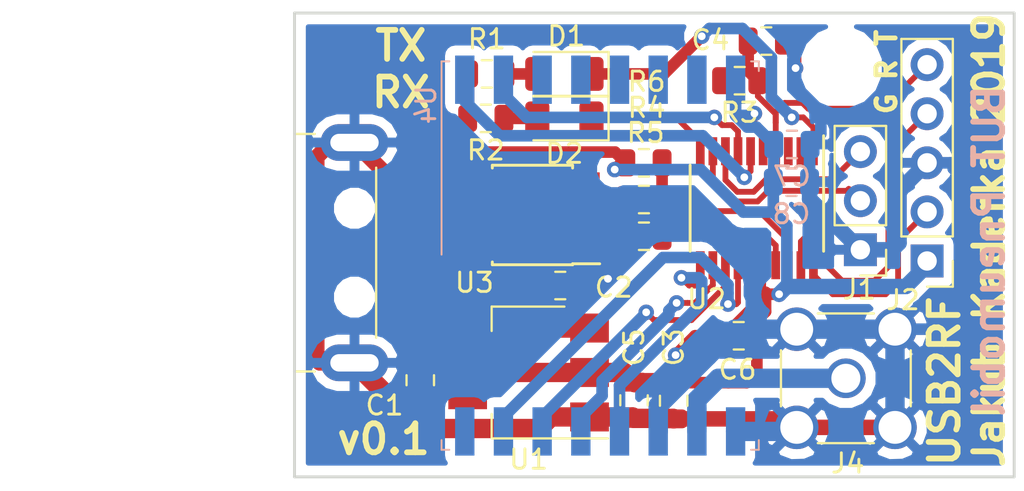
<source format=kicad_pcb>
(kicad_pcb (version 20171130) (host pcbnew 5.0.1)

  (general
    (thickness 1.6)
    (drawings 10)
    (tracks 280)
    (zones 0)
    (modules 25)
    (nets 26)
  )

  (page A4)
  (title_block
    (title "BUT Pneumobil - Radio to USB converter")
    (date 2019-03-09)
    (rev 0.1)
    (company "Brno University of Technology")
    (comment 1 "Jakub Kaderka")
  )

  (layers
    (0 F.Cu signal)
    (31 B.Cu signal)
    (32 B.Adhes user)
    (33 F.Adhes user)
    (34 B.Paste user)
    (35 F.Paste user)
    (36 B.SilkS user)
    (37 F.SilkS user)
    (38 B.Mask user)
    (39 F.Mask user)
    (40 Dwgs.User user)
    (41 Cmts.User user)
    (42 Eco1.User user)
    (43 Eco2.User user)
    (44 Edge.Cuts user)
    (45 Margin user)
    (46 B.CrtYd user)
    (47 F.CrtYd user)
    (48 B.Fab user)
    (49 F.Fab user)
  )

  (setup
    (last_trace_width 0.25)
    (user_trace_width 0.3)
    (user_trace_width 0.4)
    (user_trace_width 0.6)
    (user_trace_width 0.8)
    (user_trace_width 1)
    (trace_clearance 0.2)
    (zone_clearance 0.508)
    (zone_45_only no)
    (trace_min 0.2)
    (segment_width 0.2)
    (edge_width 0.15)
    (via_size 0.8)
    (via_drill 0.4)
    (via_min_size 0.4)
    (via_min_drill 0.3)
    (uvia_size 0.3)
    (uvia_drill 0.1)
    (uvias_allowed no)
    (uvia_min_size 0.2)
    (uvia_min_drill 0.1)
    (pcb_text_width 0.3)
    (pcb_text_size 1.5 1.5)
    (mod_edge_width 0.15)
    (mod_text_size 1 1)
    (mod_text_width 0.15)
    (pad_size 1.524 1.524)
    (pad_drill 0.762)
    (pad_to_mask_clearance 0.051)
    (solder_mask_min_width 0.25)
    (aux_axis_origin 0 0)
    (visible_elements FFFDFF7F)
    (pcbplotparams
      (layerselection 0x010fc_ffffffff)
      (usegerberextensions false)
      (usegerberattributes false)
      (usegerberadvancedattributes false)
      (creategerberjobfile false)
      (excludeedgelayer true)
      (linewidth 0.100000)
      (plotframeref false)
      (viasonmask false)
      (mode 1)
      (useauxorigin false)
      (hpglpennumber 1)
      (hpglpenspeed 20)
      (hpglpendiameter 15.000000)
      (psnegative false)
      (psa4output false)
      (plotreference true)
      (plotvalue true)
      (plotinvisibletext false)
      (padsonsilk false)
      (subtractmaskfromsilk false)
      (outputformat 1)
      (mirror false)
      (drillshape 1)
      (scaleselection 1)
      (outputdirectory ""))
  )

  (net 0 "")
  (net 1 +5V)
  (net 2 GND)
  (net 3 +3V3)
  (net 4 /RESET)
  (net 5 "Net-(D1-Pad2)")
  (net 6 "Net-(D2-Pad2)")
  (net 7 /DEBUG_RX)
  (net 8 /DEBUG_TX)
  (net 9 /SWCLK)
  (net 10 /SWDIO)
  (net 11 "Net-(J3-Pad2)")
  (net 12 "Net-(J3-Pad3)")
  (net 13 "Net-(J4-Pad1)")
  (net 14 /USB_DP)
  (net 15 "Net-(R4-Pad1)")
  (net 16 "Net-(R5-Pad1)")
  (net 17 /USB_DM)
  (net 18 /RFM_RESET)
  (net 19 /RFM_IRQ)
  (net 20 /CS)
  (net 21 /SCK)
  (net 22 /MISO)
  (net 23 /MOSI)
  (net 24 /TX_LED)
  (net 25 /RX_LED)

  (net_class Default "Toto je výchozí třída sítě."
    (clearance 0.2)
    (trace_width 0.25)
    (via_dia 0.8)
    (via_drill 0.4)
    (uvia_dia 0.3)
    (uvia_drill 0.1)
    (add_net +3V3)
    (add_net +5V)
    (add_net /CS)
    (add_net /DEBUG_RX)
    (add_net /DEBUG_TX)
    (add_net /MISO)
    (add_net /MOSI)
    (add_net /RESET)
    (add_net /RFM_IRQ)
    (add_net /RFM_RESET)
    (add_net /RX_LED)
    (add_net /SCK)
    (add_net /SWCLK)
    (add_net /SWDIO)
    (add_net /TX_LED)
    (add_net /USB_DM)
    (add_net /USB_DP)
    (add_net GND)
    (add_net "Net-(D1-Pad2)")
    (add_net "Net-(D2-Pad2)")
    (add_net "Net-(J3-Pad2)")
    (add_net "Net-(J3-Pad3)")
    (add_net "Net-(J4-Pad1)")
    (add_net "Net-(R4-Pad1)")
    (add_net "Net-(R5-Pad1)")
  )

  (module Package_SO:SOIC-8_3.9x4.9mm_P1.27mm (layer F.Cu) (tedit 5A02F2D3) (tstamp 5C90ECFF)
    (at 99.55 86.65 180)
    (descr "8-Lead Plastic Small Outline (SN) - Narrow, 3.90 mm Body [SOIC] (see Microchip Packaging Specification 00000049BS.pdf)")
    (tags "SOIC 1.27")
    (path /5C0D68F6)
    (attr smd)
    (fp_text reference U3 (at 3 -3.5 180) (layer F.SilkS)
      (effects (font (size 1 1) (thickness 0.15)))
    )
    (fp_text value USB6B1 (at 0 3.5 180) (layer F.Fab)
      (effects (font (size 1 1) (thickness 0.15)))
    )
    (fp_text user %R (at 0 0 180) (layer F.Fab)
      (effects (font (size 1 1) (thickness 0.15)))
    )
    (fp_line (start -0.95 -2.45) (end 1.95 -2.45) (layer F.Fab) (width 0.1))
    (fp_line (start 1.95 -2.45) (end 1.95 2.45) (layer F.Fab) (width 0.1))
    (fp_line (start 1.95 2.45) (end -1.95 2.45) (layer F.Fab) (width 0.1))
    (fp_line (start -1.95 2.45) (end -1.95 -1.45) (layer F.Fab) (width 0.1))
    (fp_line (start -1.95 -1.45) (end -0.95 -2.45) (layer F.Fab) (width 0.1))
    (fp_line (start -3.73 -2.7) (end -3.73 2.7) (layer F.CrtYd) (width 0.05))
    (fp_line (start 3.73 -2.7) (end 3.73 2.7) (layer F.CrtYd) (width 0.05))
    (fp_line (start -3.73 -2.7) (end 3.73 -2.7) (layer F.CrtYd) (width 0.05))
    (fp_line (start -3.73 2.7) (end 3.73 2.7) (layer F.CrtYd) (width 0.05))
    (fp_line (start -2.075 -2.575) (end -2.075 -2.525) (layer F.SilkS) (width 0.15))
    (fp_line (start 2.075 -2.575) (end 2.075 -2.43) (layer F.SilkS) (width 0.15))
    (fp_line (start 2.075 2.575) (end 2.075 2.43) (layer F.SilkS) (width 0.15))
    (fp_line (start -2.075 2.575) (end -2.075 2.43) (layer F.SilkS) (width 0.15))
    (fp_line (start -2.075 -2.575) (end 2.075 -2.575) (layer F.SilkS) (width 0.15))
    (fp_line (start -2.075 2.575) (end 2.075 2.575) (layer F.SilkS) (width 0.15))
    (fp_line (start -2.075 -2.525) (end -3.475 -2.525) (layer F.SilkS) (width 0.15))
    (pad 1 smd rect (at -2.7 -1.905 180) (size 1.55 0.6) (layers F.Cu F.Paste F.Mask)
      (net 1 +5V))
    (pad 2 smd rect (at -2.7 -0.635 180) (size 1.55 0.6) (layers F.Cu F.Paste F.Mask)
      (net 16 "Net-(R5-Pad1)"))
    (pad 3 smd rect (at -2.7 0.635 180) (size 1.55 0.6) (layers F.Cu F.Paste F.Mask)
      (net 15 "Net-(R4-Pad1)"))
    (pad 4 smd rect (at -2.7 1.905 180) (size 1.55 0.6) (layers F.Cu F.Paste F.Mask)
      (net 2 GND))
    (pad 5 smd rect (at 2.7 1.905 180) (size 1.55 0.6) (layers F.Cu F.Paste F.Mask)
      (net 2 GND))
    (pad 6 smd rect (at 2.7 0.635 180) (size 1.55 0.6) (layers F.Cu F.Paste F.Mask)
      (net 12 "Net-(J3-Pad3)"))
    (pad 7 smd rect (at 2.7 -0.635 180) (size 1.55 0.6) (layers F.Cu F.Paste F.Mask)
      (net 11 "Net-(J3-Pad2)"))
    (pad 8 smd rect (at 2.7 -1.905 180) (size 1.55 0.6) (layers F.Cu F.Paste F.Mask)
      (net 1 +5V))
    (model ${KISYS3DMOD}/Package_SO.3dshapes/SOIC-8_3.9x4.9mm_P1.27mm.wrl
      (at (xyz 0 0 0))
      (scale (xyz 1 1 1))
      (rotate (xyz 0 0 0))
    )
  )

  (module Capacitor_SMD:C_0805_2012Metric (layer F.Cu) (tedit 5B36C52B) (tstamp 5C90EFFF)
    (at 93.75 95.2 270)
    (descr "Capacitor SMD 0805 (2012 Metric), square (rectangular) end terminal, IPC_7351 nominal, (Body size source: https://docs.google.com/spreadsheets/d/1BsfQQcO9C6DZCsRaXUlFlo91Tg2WpOkGARC1WS5S8t0/edit?usp=sharing), generated with kicad-footprint-generator")
    (tags capacitor)
    (path /5C0DE667)
    (attr smd)
    (fp_text reference C1 (at 1.3 1.85) (layer F.SilkS)
      (effects (font (size 1 1) (thickness 0.15)))
    )
    (fp_text value 10u (at 0 1.65 270) (layer F.Fab)
      (effects (font (size 1 1) (thickness 0.15)))
    )
    (fp_line (start -1 0.6) (end -1 -0.6) (layer F.Fab) (width 0.1))
    (fp_line (start -1 -0.6) (end 1 -0.6) (layer F.Fab) (width 0.1))
    (fp_line (start 1 -0.6) (end 1 0.6) (layer F.Fab) (width 0.1))
    (fp_line (start 1 0.6) (end -1 0.6) (layer F.Fab) (width 0.1))
    (fp_line (start -0.258578 -0.71) (end 0.258578 -0.71) (layer F.SilkS) (width 0.12))
    (fp_line (start -0.258578 0.71) (end 0.258578 0.71) (layer F.SilkS) (width 0.12))
    (fp_line (start -1.68 0.95) (end -1.68 -0.95) (layer F.CrtYd) (width 0.05))
    (fp_line (start -1.68 -0.95) (end 1.68 -0.95) (layer F.CrtYd) (width 0.05))
    (fp_line (start 1.68 -0.95) (end 1.68 0.95) (layer F.CrtYd) (width 0.05))
    (fp_line (start 1.68 0.95) (end -1.68 0.95) (layer F.CrtYd) (width 0.05))
    (fp_text user %R (at 0 0 270) (layer F.Fab)
      (effects (font (size 0.5 0.5) (thickness 0.08)))
    )
    (pad 1 smd roundrect (at -0.9375 0 270) (size 0.975 1.4) (layers F.Cu F.Paste F.Mask) (roundrect_rratio 0.25)
      (net 1 +5V))
    (pad 2 smd roundrect (at 0.9375 0 270) (size 0.975 1.4) (layers F.Cu F.Paste F.Mask) (roundrect_rratio 0.25)
      (net 2 GND))
    (model ${KISYS3DMOD}/Capacitor_SMD.3dshapes/C_0805_2012Metric.wrl
      (at (xyz 0 0 0))
      (scale (xyz 1 1 1))
      (rotate (xyz 0 0 0))
    )
  )

  (module Capacitor_SMD:C_0805_2012Metric (layer F.Cu) (tedit 5B36C52B) (tstamp 5C15AFA5)
    (at 100.9875 90.3)
    (descr "Capacitor SMD 0805 (2012 Metric), square (rectangular) end terminal, IPC_7351 nominal, (Body size source: https://docs.google.com/spreadsheets/d/1BsfQQcO9C6DZCsRaXUlFlo91Tg2WpOkGARC1WS5S8t0/edit?usp=sharing), generated with kicad-footprint-generator")
    (tags capacitor)
    (path /5C0DE5F0)
    (attr smd)
    (fp_text reference C2 (at 2.7625 0.1) (layer F.SilkS)
      (effects (font (size 1 1) (thickness 0.15)))
    )
    (fp_text value 100n (at 0 1.65) (layer F.Fab)
      (effects (font (size 1 1) (thickness 0.15)))
    )
    (fp_text user %R (at 0 0) (layer F.Fab)
      (effects (font (size 0.5 0.5) (thickness 0.08)))
    )
    (fp_line (start 1.68 0.95) (end -1.68 0.95) (layer F.CrtYd) (width 0.05))
    (fp_line (start 1.68 -0.95) (end 1.68 0.95) (layer F.CrtYd) (width 0.05))
    (fp_line (start -1.68 -0.95) (end 1.68 -0.95) (layer F.CrtYd) (width 0.05))
    (fp_line (start -1.68 0.95) (end -1.68 -0.95) (layer F.CrtYd) (width 0.05))
    (fp_line (start -0.258578 0.71) (end 0.258578 0.71) (layer F.SilkS) (width 0.12))
    (fp_line (start -0.258578 -0.71) (end 0.258578 -0.71) (layer F.SilkS) (width 0.12))
    (fp_line (start 1 0.6) (end -1 0.6) (layer F.Fab) (width 0.1))
    (fp_line (start 1 -0.6) (end 1 0.6) (layer F.Fab) (width 0.1))
    (fp_line (start -1 -0.6) (end 1 -0.6) (layer F.Fab) (width 0.1))
    (fp_line (start -1 0.6) (end -1 -0.6) (layer F.Fab) (width 0.1))
    (pad 2 smd roundrect (at 0.9375 0) (size 0.975 1.4) (layers F.Cu F.Paste F.Mask) (roundrect_rratio 0.25)
      (net 2 GND))
    (pad 1 smd roundrect (at -0.9375 0) (size 0.975 1.4) (layers F.Cu F.Paste F.Mask) (roundrect_rratio 0.25)
      (net 1 +5V))
    (model ${KISYS3DMOD}/Capacitor_SMD.3dshapes/C_0805_2012Metric.wrl
      (at (xyz 0 0 0))
      (scale (xyz 1 1 1))
      (rotate (xyz 0 0 0))
    )
  )

  (module Capacitor_SMD:C_0805_2012Metric (layer F.Cu) (tedit 5B36C52B) (tstamp 5C9D10BB)
    (at 106.85 96.2625 270)
    (descr "Capacitor SMD 0805 (2012 Metric), square (rectangular) end terminal, IPC_7351 nominal, (Body size source: https://docs.google.com/spreadsheets/d/1BsfQQcO9C6DZCsRaXUlFlo91Tg2WpOkGARC1WS5S8t0/edit?usp=sharing), generated with kicad-footprint-generator")
    (tags capacitor)
    (path /5C0DE71F)
    (attr smd)
    (fp_text reference C3 (at -2.7625 0 270) (layer F.SilkS)
      (effects (font (size 1 1) (thickness 0.15)))
    )
    (fp_text value 100n (at 0 1.65 270) (layer F.Fab)
      (effects (font (size 1 1) (thickness 0.15)))
    )
    (fp_text user %R (at 0 0 270) (layer F.Fab)
      (effects (font (size 0.5 0.5) (thickness 0.08)))
    )
    (fp_line (start 1.68 0.95) (end -1.68 0.95) (layer F.CrtYd) (width 0.05))
    (fp_line (start 1.68 -0.95) (end 1.68 0.95) (layer F.CrtYd) (width 0.05))
    (fp_line (start -1.68 -0.95) (end 1.68 -0.95) (layer F.CrtYd) (width 0.05))
    (fp_line (start -1.68 0.95) (end -1.68 -0.95) (layer F.CrtYd) (width 0.05))
    (fp_line (start -0.258578 0.71) (end 0.258578 0.71) (layer F.SilkS) (width 0.12))
    (fp_line (start -0.258578 -0.71) (end 0.258578 -0.71) (layer F.SilkS) (width 0.12))
    (fp_line (start 1 0.6) (end -1 0.6) (layer F.Fab) (width 0.1))
    (fp_line (start 1 -0.6) (end 1 0.6) (layer F.Fab) (width 0.1))
    (fp_line (start -1 -0.6) (end 1 -0.6) (layer F.Fab) (width 0.1))
    (fp_line (start -1 0.6) (end -1 -0.6) (layer F.Fab) (width 0.1))
    (pad 2 smd roundrect (at 0.9375 0 270) (size 0.975 1.4) (layers F.Cu F.Paste F.Mask) (roundrect_rratio 0.25)
      (net 2 GND))
    (pad 1 smd roundrect (at -0.9375 0 270) (size 0.975 1.4) (layers F.Cu F.Paste F.Mask) (roundrect_rratio 0.25)
      (net 3 +3V3))
    (model ${KISYS3DMOD}/Capacitor_SMD.3dshapes/C_0805_2012Metric.wrl
      (at (xyz 0 0 0))
      (scale (xyz 1 1 1))
      (rotate (xyz 0 0 0))
    )
  )

  (module Capacitor_SMD:C_0805_2012Metric (layer F.Cu) (tedit 5B36C52B) (tstamp 5C15AFC7)
    (at 111.6375 77.65)
    (descr "Capacitor SMD 0805 (2012 Metric), square (rectangular) end terminal, IPC_7351 nominal, (Body size source: https://docs.google.com/spreadsheets/d/1BsfQQcO9C6DZCsRaXUlFlo91Tg2WpOkGARC1WS5S8t0/edit?usp=sharing), generated with kicad-footprint-generator")
    (tags capacitor)
    (path /5C0D3A45)
    (attr smd)
    (fp_text reference C4 (at -2.8875 -0.05) (layer F.SilkS)
      (effects (font (size 1 1) (thickness 0.15)))
    )
    (fp_text value 100n (at 0 1.65) (layer F.Fab)
      (effects (font (size 1 1) (thickness 0.15)))
    )
    (fp_line (start -1 0.6) (end -1 -0.6) (layer F.Fab) (width 0.1))
    (fp_line (start -1 -0.6) (end 1 -0.6) (layer F.Fab) (width 0.1))
    (fp_line (start 1 -0.6) (end 1 0.6) (layer F.Fab) (width 0.1))
    (fp_line (start 1 0.6) (end -1 0.6) (layer F.Fab) (width 0.1))
    (fp_line (start -0.258578 -0.71) (end 0.258578 -0.71) (layer F.SilkS) (width 0.12))
    (fp_line (start -0.258578 0.71) (end 0.258578 0.71) (layer F.SilkS) (width 0.12))
    (fp_line (start -1.68 0.95) (end -1.68 -0.95) (layer F.CrtYd) (width 0.05))
    (fp_line (start -1.68 -0.95) (end 1.68 -0.95) (layer F.CrtYd) (width 0.05))
    (fp_line (start 1.68 -0.95) (end 1.68 0.95) (layer F.CrtYd) (width 0.05))
    (fp_line (start 1.68 0.95) (end -1.68 0.95) (layer F.CrtYd) (width 0.05))
    (fp_text user %R (at 0 0) (layer F.Fab)
      (effects (font (size 0.5 0.5) (thickness 0.08)))
    )
    (pad 1 smd roundrect (at -0.9375 0) (size 0.975 1.4) (layers F.Cu F.Paste F.Mask) (roundrect_rratio 0.25)
      (net 4 /RESET))
    (pad 2 smd roundrect (at 0.9375 0) (size 0.975 1.4) (layers F.Cu F.Paste F.Mask) (roundrect_rratio 0.25)
      (net 2 GND))
    (model ${KISYS3DMOD}/Capacitor_SMD.3dshapes/C_0805_2012Metric.wrl
      (at (xyz 0 0 0))
      (scale (xyz 1 1 1))
      (rotate (xyz 0 0 0))
    )
  )

  (module Capacitor_SMD:C_0805_2012Metric (layer F.Cu) (tedit 5B36C52B) (tstamp 5C15AFD8)
    (at 104.8 96.2375 270)
    (descr "Capacitor SMD 0805 (2012 Metric), square (rectangular) end terminal, IPC_7351 nominal, (Body size source: https://docs.google.com/spreadsheets/d/1BsfQQcO9C6DZCsRaXUlFlo91Tg2WpOkGARC1WS5S8t0/edit?usp=sharing), generated with kicad-footprint-generator")
    (tags capacitor)
    (path /5C0DE7C6)
    (attr smd)
    (fp_text reference C5 (at -2.7375 0 270) (layer F.SilkS)
      (effects (font (size 1 1) (thickness 0.15)))
    )
    (fp_text value 10u (at 0 1.65 270) (layer F.Fab)
      (effects (font (size 1 1) (thickness 0.15)))
    )
    (fp_line (start -1 0.6) (end -1 -0.6) (layer F.Fab) (width 0.1))
    (fp_line (start -1 -0.6) (end 1 -0.6) (layer F.Fab) (width 0.1))
    (fp_line (start 1 -0.6) (end 1 0.6) (layer F.Fab) (width 0.1))
    (fp_line (start 1 0.6) (end -1 0.6) (layer F.Fab) (width 0.1))
    (fp_line (start -0.258578 -0.71) (end 0.258578 -0.71) (layer F.SilkS) (width 0.12))
    (fp_line (start -0.258578 0.71) (end 0.258578 0.71) (layer F.SilkS) (width 0.12))
    (fp_line (start -1.68 0.95) (end -1.68 -0.95) (layer F.CrtYd) (width 0.05))
    (fp_line (start -1.68 -0.95) (end 1.68 -0.95) (layer F.CrtYd) (width 0.05))
    (fp_line (start 1.68 -0.95) (end 1.68 0.95) (layer F.CrtYd) (width 0.05))
    (fp_line (start 1.68 0.95) (end -1.68 0.95) (layer F.CrtYd) (width 0.05))
    (fp_text user %R (at 0 0 270) (layer F.Fab)
      (effects (font (size 0.5 0.5) (thickness 0.08)))
    )
    (pad 1 smd roundrect (at -0.9375 0 270) (size 0.975 1.4) (layers F.Cu F.Paste F.Mask) (roundrect_rratio 0.25)
      (net 3 +3V3))
    (pad 2 smd roundrect (at 0.9375 0 270) (size 0.975 1.4) (layers F.Cu F.Paste F.Mask) (roundrect_rratio 0.25)
      (net 2 GND))
    (model ${KISYS3DMOD}/Capacitor_SMD.3dshapes/C_0805_2012Metric.wrl
      (at (xyz 0 0 0))
      (scale (xyz 1 1 1))
      (rotate (xyz 0 0 0))
    )
  )

  (module Capacitor_SMD:C_0805_2012Metric (layer F.Cu) (tedit 5B36C52B) (tstamp 5C15AFE9)
    (at 110.2125 92.9)
    (descr "Capacitor SMD 0805 (2012 Metric), square (rectangular) end terminal, IPC_7351 nominal, (Body size source: https://docs.google.com/spreadsheets/d/1BsfQQcO9C6DZCsRaXUlFlo91Tg2WpOkGARC1WS5S8t0/edit?usp=sharing), generated with kicad-footprint-generator")
    (tags capacitor)
    (path /5C0D4EFB)
    (attr smd)
    (fp_text reference C6 (at -0.0625 1.75) (layer F.SilkS)
      (effects (font (size 1 1) (thickness 0.15)))
    )
    (fp_text value 100n (at 0 1.65) (layer F.Fab)
      (effects (font (size 1 1) (thickness 0.15)))
    )
    (fp_text user %R (at 0 0) (layer F.Fab)
      (effects (font (size 0.5 0.5) (thickness 0.08)))
    )
    (fp_line (start 1.68 0.95) (end -1.68 0.95) (layer F.CrtYd) (width 0.05))
    (fp_line (start 1.68 -0.95) (end 1.68 0.95) (layer F.CrtYd) (width 0.05))
    (fp_line (start -1.68 -0.95) (end 1.68 -0.95) (layer F.CrtYd) (width 0.05))
    (fp_line (start -1.68 0.95) (end -1.68 -0.95) (layer F.CrtYd) (width 0.05))
    (fp_line (start -0.258578 0.71) (end 0.258578 0.71) (layer F.SilkS) (width 0.12))
    (fp_line (start -0.258578 -0.71) (end 0.258578 -0.71) (layer F.SilkS) (width 0.12))
    (fp_line (start 1 0.6) (end -1 0.6) (layer F.Fab) (width 0.1))
    (fp_line (start 1 -0.6) (end 1 0.6) (layer F.Fab) (width 0.1))
    (fp_line (start -1 -0.6) (end 1 -0.6) (layer F.Fab) (width 0.1))
    (fp_line (start -1 0.6) (end -1 -0.6) (layer F.Fab) (width 0.1))
    (pad 2 smd roundrect (at 0.9375 0) (size 0.975 1.4) (layers F.Cu F.Paste F.Mask) (roundrect_rratio 0.25)
      (net 3 +3V3))
    (pad 1 smd roundrect (at -0.9375 0) (size 0.975 1.4) (layers F.Cu F.Paste F.Mask) (roundrect_rratio 0.25)
      (net 2 GND))
    (model ${KISYS3DMOD}/Capacitor_SMD.3dshapes/C_0805_2012Metric.wrl
      (at (xyz 0 0 0))
      (scale (xyz 1 1 1))
      (rotate (xyz 0 0 0))
    )
  )

  (module Capacitor_SMD:C_0805_2012Metric (layer B.Cu) (tedit 5B36C52B) (tstamp 5C90FD98)
    (at 112.9625 83)
    (descr "Capacitor SMD 0805 (2012 Metric), square (rectangular) end terminal, IPC_7351 nominal, (Body size source: https://docs.google.com/spreadsheets/d/1BsfQQcO9C6DZCsRaXUlFlo91Tg2WpOkGARC1WS5S8t0/edit?usp=sharing), generated with kicad-footprint-generator")
    (tags capacitor)
    (path /5C10583B)
    (attr smd)
    (fp_text reference C7 (at 0 1.65) (layer B.SilkS)
      (effects (font (size 1 1) (thickness 0.15)) (justify mirror))
    )
    (fp_text value 10u (at 0 -1.65) (layer B.Fab)
      (effects (font (size 1 1) (thickness 0.15)) (justify mirror))
    )
    (fp_line (start -1 -0.6) (end -1 0.6) (layer B.Fab) (width 0.1))
    (fp_line (start -1 0.6) (end 1 0.6) (layer B.Fab) (width 0.1))
    (fp_line (start 1 0.6) (end 1 -0.6) (layer B.Fab) (width 0.1))
    (fp_line (start 1 -0.6) (end -1 -0.6) (layer B.Fab) (width 0.1))
    (fp_line (start -0.258578 0.71) (end 0.258578 0.71) (layer B.SilkS) (width 0.12))
    (fp_line (start -0.258578 -0.71) (end 0.258578 -0.71) (layer B.SilkS) (width 0.12))
    (fp_line (start -1.68 -0.95) (end -1.68 0.95) (layer B.CrtYd) (width 0.05))
    (fp_line (start -1.68 0.95) (end 1.68 0.95) (layer B.CrtYd) (width 0.05))
    (fp_line (start 1.68 0.95) (end 1.68 -0.95) (layer B.CrtYd) (width 0.05))
    (fp_line (start 1.68 -0.95) (end -1.68 -0.95) (layer B.CrtYd) (width 0.05))
    (fp_text user %R (at 0 0) (layer B.Fab)
      (effects (font (size 0.5 0.5) (thickness 0.08)) (justify mirror))
    )
    (pad 1 smd roundrect (at -0.9375 0) (size 0.975 1.4) (layers B.Cu B.Paste B.Mask) (roundrect_rratio 0.25)
      (net 3 +3V3))
    (pad 2 smd roundrect (at 0.9375 0) (size 0.975 1.4) (layers B.Cu B.Paste B.Mask) (roundrect_rratio 0.25)
      (net 2 GND))
    (model ${KISYS3DMOD}/Capacitor_SMD.3dshapes/C_0805_2012Metric.wrl
      (at (xyz 0 0 0))
      (scale (xyz 1 1 1))
      (rotate (xyz 0 0 0))
    )
  )

  (module Capacitor_SMD:C_0805_2012Metric (layer B.Cu) (tedit 5B36C52B) (tstamp 5C15B00B)
    (at 112.9375 84.95)
    (descr "Capacitor SMD 0805 (2012 Metric), square (rectangular) end terminal, IPC_7351 nominal, (Body size source: https://docs.google.com/spreadsheets/d/1BsfQQcO9C6DZCsRaXUlFlo91Tg2WpOkGARC1WS5S8t0/edit?usp=sharing), generated with kicad-footprint-generator")
    (tags capacitor)
    (path /5C0FE058)
    (attr smd)
    (fp_text reference C8 (at 0 1.65) (layer B.SilkS)
      (effects (font (size 1 1) (thickness 0.15)) (justify mirror))
    )
    (fp_text value 100n (at 0 -1.65) (layer B.Fab)
      (effects (font (size 1 1) (thickness 0.15)) (justify mirror))
    )
    (fp_text user %R (at 0 0) (layer B.Fab)
      (effects (font (size 0.5 0.5) (thickness 0.08)) (justify mirror))
    )
    (fp_line (start 1.68 -0.95) (end -1.68 -0.95) (layer B.CrtYd) (width 0.05))
    (fp_line (start 1.68 0.95) (end 1.68 -0.95) (layer B.CrtYd) (width 0.05))
    (fp_line (start -1.68 0.95) (end 1.68 0.95) (layer B.CrtYd) (width 0.05))
    (fp_line (start -1.68 -0.95) (end -1.68 0.95) (layer B.CrtYd) (width 0.05))
    (fp_line (start -0.258578 -0.71) (end 0.258578 -0.71) (layer B.SilkS) (width 0.12))
    (fp_line (start -0.258578 0.71) (end 0.258578 0.71) (layer B.SilkS) (width 0.12))
    (fp_line (start 1 -0.6) (end -1 -0.6) (layer B.Fab) (width 0.1))
    (fp_line (start 1 0.6) (end 1 -0.6) (layer B.Fab) (width 0.1))
    (fp_line (start -1 0.6) (end 1 0.6) (layer B.Fab) (width 0.1))
    (fp_line (start -1 -0.6) (end -1 0.6) (layer B.Fab) (width 0.1))
    (pad 2 smd roundrect (at 0.9375 0) (size 0.975 1.4) (layers B.Cu B.Paste B.Mask) (roundrect_rratio 0.25)
      (net 2 GND))
    (pad 1 smd roundrect (at -0.9375 0) (size 0.975 1.4) (layers B.Cu B.Paste B.Mask) (roundrect_rratio 0.25)
      (net 3 +3V3))
    (model ${KISYS3DMOD}/Capacitor_SMD.3dshapes/C_0805_2012Metric.wrl
      (at (xyz 0 0 0))
      (scale (xyz 1 1 1))
      (rotate (xyz 0 0 0))
    )
  )

  (module LED_SMD:LED_1206_3216Metric (layer F.Cu) (tedit 5B301BBE) (tstamp 5C15B01E)
    (at 101.2 79.35 180)
    (descr "LED SMD 1206 (3216 Metric), square (rectangular) end terminal, IPC_7351 nominal, (Body size source: http://www.tortai-tech.com/upload/download/2011102023233369053.pdf), generated with kicad-footprint-generator")
    (tags diode)
    (path /5C12784B)
    (attr smd)
    (fp_text reference D1 (at -0.1 1.95 180) (layer F.SilkS)
      (effects (font (size 1 1) (thickness 0.15)))
    )
    (fp_text value TX (at 0 1.82 180) (layer F.Fab)
      (effects (font (size 1 1) (thickness 0.15)))
    )
    (fp_line (start 1.6 -0.8) (end -1.2 -0.8) (layer F.Fab) (width 0.1))
    (fp_line (start -1.2 -0.8) (end -1.6 -0.4) (layer F.Fab) (width 0.1))
    (fp_line (start -1.6 -0.4) (end -1.6 0.8) (layer F.Fab) (width 0.1))
    (fp_line (start -1.6 0.8) (end 1.6 0.8) (layer F.Fab) (width 0.1))
    (fp_line (start 1.6 0.8) (end 1.6 -0.8) (layer F.Fab) (width 0.1))
    (fp_line (start 1.6 -1.135) (end -2.285 -1.135) (layer F.SilkS) (width 0.12))
    (fp_line (start -2.285 -1.135) (end -2.285 1.135) (layer F.SilkS) (width 0.12))
    (fp_line (start -2.285 1.135) (end 1.6 1.135) (layer F.SilkS) (width 0.12))
    (fp_line (start -2.28 1.12) (end -2.28 -1.12) (layer F.CrtYd) (width 0.05))
    (fp_line (start -2.28 -1.12) (end 2.28 -1.12) (layer F.CrtYd) (width 0.05))
    (fp_line (start 2.28 -1.12) (end 2.28 1.12) (layer F.CrtYd) (width 0.05))
    (fp_line (start 2.28 1.12) (end -2.28 1.12) (layer F.CrtYd) (width 0.05))
    (fp_text user %R (at 0 0 180) (layer F.Fab)
      (effects (font (size 0.8 0.8) (thickness 0.12)))
    )
    (pad 1 smd roundrect (at -1.4 0 180) (size 1.25 1.75) (layers F.Cu F.Paste F.Mask) (roundrect_rratio 0.2)
      (net 24 /TX_LED))
    (pad 2 smd roundrect (at 1.4 0 180) (size 1.25 1.75) (layers F.Cu F.Paste F.Mask) (roundrect_rratio 0.2)
      (net 5 "Net-(D1-Pad2)"))
    (model ${KISYS3DMOD}/LED_SMD.3dshapes/LED_1206_3216Metric.wrl
      (at (xyz 0 0 0))
      (scale (xyz 1 1 1))
      (rotate (xyz 0 0 0))
    )
  )

  (module LED_SMD:LED_1206_3216Metric (layer F.Cu) (tedit 5B301BBE) (tstamp 5C15B031)
    (at 101.2 81.65 180)
    (descr "LED SMD 1206 (3216 Metric), square (rectangular) end terminal, IPC_7351 nominal, (Body size source: http://www.tortai-tech.com/upload/download/2011102023233369053.pdf), generated with kicad-footprint-generator")
    (tags diode)
    (path /5C1277A4)
    (attr smd)
    (fp_text reference D2 (at 0 -1.82 180) (layer F.SilkS)
      (effects (font (size 1 1) (thickness 0.15)))
    )
    (fp_text value RX (at 0 1.82 180) (layer F.Fab)
      (effects (font (size 1 1) (thickness 0.15)))
    )
    (fp_text user %R (at 0 0 180) (layer F.Fab)
      (effects (font (size 0.8 0.8) (thickness 0.12)))
    )
    (fp_line (start 2.28 1.12) (end -2.28 1.12) (layer F.CrtYd) (width 0.05))
    (fp_line (start 2.28 -1.12) (end 2.28 1.12) (layer F.CrtYd) (width 0.05))
    (fp_line (start -2.28 -1.12) (end 2.28 -1.12) (layer F.CrtYd) (width 0.05))
    (fp_line (start -2.28 1.12) (end -2.28 -1.12) (layer F.CrtYd) (width 0.05))
    (fp_line (start -2.285 1.135) (end 1.6 1.135) (layer F.SilkS) (width 0.12))
    (fp_line (start -2.285 -1.135) (end -2.285 1.135) (layer F.SilkS) (width 0.12))
    (fp_line (start 1.6 -1.135) (end -2.285 -1.135) (layer F.SilkS) (width 0.12))
    (fp_line (start 1.6 0.8) (end 1.6 -0.8) (layer F.Fab) (width 0.1))
    (fp_line (start -1.6 0.8) (end 1.6 0.8) (layer F.Fab) (width 0.1))
    (fp_line (start -1.6 -0.4) (end -1.6 0.8) (layer F.Fab) (width 0.1))
    (fp_line (start -1.2 -0.8) (end -1.6 -0.4) (layer F.Fab) (width 0.1))
    (fp_line (start 1.6 -0.8) (end -1.2 -0.8) (layer F.Fab) (width 0.1))
    (pad 2 smd roundrect (at 1.4 0 180) (size 1.25 1.75) (layers F.Cu F.Paste F.Mask) (roundrect_rratio 0.2)
      (net 6 "Net-(D2-Pad2)"))
    (pad 1 smd roundrect (at -1.4 0 180) (size 1.25 1.75) (layers F.Cu F.Paste F.Mask) (roundrect_rratio 0.2)
      (net 25 /RX_LED))
    (model ${KISYS3DMOD}/LED_SMD.3dshapes/LED_1206_3216Metric.wrl
      (at (xyz 0 0 0))
      (scale (xyz 1 1 1))
      (rotate (xyz 0 0 0))
    )
  )

  (module Connector_PinHeader_2.54mm:PinHeader_1x03_P2.54mm_Vertical (layer F.Cu) (tedit 59FED5CC) (tstamp 5C15B048)
    (at 116.5 88.45 180)
    (descr "Through hole straight pin header, 1x03, 2.54mm pitch, single row")
    (tags "Through hole pin header THT 1x03 2.54mm single row")
    (path /5C137E90)
    (fp_text reference J1 (at 0.05 -2.05 180) (layer F.SilkS)
      (effects (font (size 1 1) (thickness 0.15)))
    )
    (fp_text value DEBUG (at 0 7.41 180) (layer F.Fab)
      (effects (font (size 1 1) (thickness 0.15)))
    )
    (fp_line (start -0.635 -1.27) (end 1.27 -1.27) (layer F.Fab) (width 0.1))
    (fp_line (start 1.27 -1.27) (end 1.27 6.35) (layer F.Fab) (width 0.1))
    (fp_line (start 1.27 6.35) (end -1.27 6.35) (layer F.Fab) (width 0.1))
    (fp_line (start -1.27 6.35) (end -1.27 -0.635) (layer F.Fab) (width 0.1))
    (fp_line (start -1.27 -0.635) (end -0.635 -1.27) (layer F.Fab) (width 0.1))
    (fp_line (start -1.33 6.41) (end 1.33 6.41) (layer F.SilkS) (width 0.12))
    (fp_line (start -1.33 1.27) (end -1.33 6.41) (layer F.SilkS) (width 0.12))
    (fp_line (start 1.33 1.27) (end 1.33 6.41) (layer F.SilkS) (width 0.12))
    (fp_line (start -1.33 1.27) (end 1.33 1.27) (layer F.SilkS) (width 0.12))
    (fp_line (start -1.33 0) (end -1.33 -1.33) (layer F.SilkS) (width 0.12))
    (fp_line (start -1.33 -1.33) (end 0 -1.33) (layer F.SilkS) (width 0.12))
    (fp_line (start -1.8 -1.8) (end -1.8 6.85) (layer F.CrtYd) (width 0.05))
    (fp_line (start -1.8 6.85) (end 1.8 6.85) (layer F.CrtYd) (width 0.05))
    (fp_line (start 1.8 6.85) (end 1.8 -1.8) (layer F.CrtYd) (width 0.05))
    (fp_line (start 1.8 -1.8) (end -1.8 -1.8) (layer F.CrtYd) (width 0.05))
    (fp_text user %R (at 0 2.54 270) (layer F.Fab)
      (effects (font (size 1 1) (thickness 0.15)))
    )
    (pad 1 thru_hole rect (at 0 0 180) (size 1.7 1.7) (drill 1) (layers *.Cu *.Mask)
      (net 2 GND))
    (pad 2 thru_hole oval (at 0 2.54 180) (size 1.7 1.7) (drill 1) (layers *.Cu *.Mask)
      (net 7 /DEBUG_RX))
    (pad 3 thru_hole oval (at 0 5.08 180) (size 1.7 1.7) (drill 1) (layers *.Cu *.Mask)
      (net 8 /DEBUG_TX))
    (model ${KISYS3DMOD}/Connector_PinHeader_2.54mm.3dshapes/PinHeader_1x03_P2.54mm_Vertical.wrl
      (at (xyz 0 0 0))
      (scale (xyz 1 1 1))
      (rotate (xyz 0 0 0))
    )
  )

  (module Connector_PinHeader_2.54mm:PinHeader_1x05_P2.54mm_Vertical (layer F.Cu) (tedit 59FED5CC) (tstamp 5C15B061)
    (at 119.95 89.03 180)
    (descr "Through hole straight pin header, 1x05, 2.54mm pitch, single row")
    (tags "Through hole pin header THT 1x05 2.54mm single row")
    (path /5C1177A8)
    (fp_text reference J2 (at 1.25 -2.02 180) (layer F.SilkS)
      (effects (font (size 1 1) (thickness 0.15)))
    )
    (fp_text value SWD (at 0 12.49 180) (layer F.Fab)
      (effects (font (size 1 1) (thickness 0.15)))
    )
    (fp_line (start -0.635 -1.27) (end 1.27 -1.27) (layer F.Fab) (width 0.1))
    (fp_line (start 1.27 -1.27) (end 1.27 11.43) (layer F.Fab) (width 0.1))
    (fp_line (start 1.27 11.43) (end -1.27 11.43) (layer F.Fab) (width 0.1))
    (fp_line (start -1.27 11.43) (end -1.27 -0.635) (layer F.Fab) (width 0.1))
    (fp_line (start -1.27 -0.635) (end -0.635 -1.27) (layer F.Fab) (width 0.1))
    (fp_line (start -1.33 11.49) (end 1.33 11.49) (layer F.SilkS) (width 0.12))
    (fp_line (start -1.33 1.27) (end -1.33 11.49) (layer F.SilkS) (width 0.12))
    (fp_line (start 1.33 1.27) (end 1.33 11.49) (layer F.SilkS) (width 0.12))
    (fp_line (start -1.33 1.27) (end 1.33 1.27) (layer F.SilkS) (width 0.12))
    (fp_line (start -1.33 0) (end -1.33 -1.33) (layer F.SilkS) (width 0.12))
    (fp_line (start -1.33 -1.33) (end 0 -1.33) (layer F.SilkS) (width 0.12))
    (fp_line (start -1.8 -1.8) (end -1.8 11.95) (layer F.CrtYd) (width 0.05))
    (fp_line (start -1.8 11.95) (end 1.8 11.95) (layer F.CrtYd) (width 0.05))
    (fp_line (start 1.8 11.95) (end 1.8 -1.8) (layer F.CrtYd) (width 0.05))
    (fp_line (start 1.8 -1.8) (end -1.8 -1.8) (layer F.CrtYd) (width 0.05))
    (fp_text user %R (at 0 5.08 270) (layer F.Fab)
      (effects (font (size 1 1) (thickness 0.15)))
    )
    (pad 1 thru_hole rect (at 0 0 180) (size 1.7 1.7) (drill 1) (layers *.Cu *.Mask)
      (net 3 +3V3))
    (pad 2 thru_hole oval (at 0 2.54 180) (size 1.7 1.7) (drill 1) (layers *.Cu *.Mask)
      (net 9 /SWCLK))
    (pad 3 thru_hole oval (at 0 5.08 180) (size 1.7 1.7) (drill 1) (layers *.Cu *.Mask)
      (net 2 GND))
    (pad 4 thru_hole oval (at 0 7.62 180) (size 1.7 1.7) (drill 1) (layers *.Cu *.Mask)
      (net 10 /SWDIO))
    (pad 5 thru_hole oval (at 0 10.16 180) (size 1.7 1.7) (drill 1) (layers *.Cu *.Mask)
      (net 4 /RESET))
    (model ${KISYS3DMOD}/Connector_PinHeader_2.54mm.3dshapes/PinHeader_1x05_P2.54mm_Vertical.wrl
      (at (xyz 0 0 0))
      (scale (xyz 1 1 1))
      (rotate (xyz 0 0 0))
    )
  )

  (module Connector_USB:USB_A_CNCTech_1001-011-01101_Horizontal (layer F.Cu) (tedit 5C842C58) (tstamp 5C15B091)
    (at 83.45 88.6 180)
    (descr http://cnctech.us/pdfs/1001-011-01101.pdf)
    (tags USB-A)
    (path /5C0D55BC)
    (attr smd)
    (fp_text reference J3 (at -6.9 -8 180) (layer F.SilkS) hide
      (effects (font (size 1 1) (thickness 0.15)))
    )
    (fp_text value USB_A (at 0 8) (layer F.Fab)
      (effects (font (size 1 1) (thickness 0.15)))
    )
    (fp_line (start -7.9 6.025) (end -7.9 -6.025) (layer F.Fab) (width 0.1))
    (fp_line (start -7.9 -6.025) (end 10.9 -6.025) (layer F.Fab) (width 0.1))
    (fp_line (start -7.9 6.025) (end 10.9 6.025) (layer F.Fab) (width 0.1))
    (fp_line (start 10.9 6.025) (end 10.9 -6.025) (layer F.Fab) (width 0.1))
    (fp_line (start -10.4 3.75) (end -10.4 3.25) (layer F.Fab) (width 0.1))
    (fp_line (start -10.4 3.25) (end -7.9 3.25) (layer F.Fab) (width 0.1))
    (fp_line (start -10.4 3.75) (end -7.9 3.75) (layer F.Fab) (width 0.1))
    (fp_line (start -10.4 0.75) (end -7.9 0.75) (layer F.Fab) (width 0.1))
    (fp_line (start -10.4 1.25) (end -10.4 0.75) (layer F.Fab) (width 0.1))
    (fp_line (start -10.4 1.25) (end -7.9 1.25) (layer F.Fab) (width 0.1))
    (fp_line (start -10.4 -0.75) (end -10.4 -1.25) (layer F.Fab) (width 0.1))
    (fp_line (start -10.4 -0.75) (end -7.9 -0.75) (layer F.Fab) (width 0.1))
    (fp_line (start -10.4 -1.25) (end -7.9 -1.25) (layer F.Fab) (width 0.1))
    (fp_line (start -10.4 -3.75) (end -7.9 -3.75) (layer F.Fab) (width 0.1))
    (fp_line (start -10.4 -3.25) (end -10.4 -3.75) (layer F.Fab) (width 0.1))
    (fp_line (start -10.4 -3.25) (end -7.9 -3.25) (layer F.Fab) (width 0.1))
    (fp_circle (center -6.9 -2.3) (end -6.9 -2.8) (layer F.Fab) (width 0.1))
    (fp_circle (center -6.9 2.3) (end -6.9 2.8) (layer F.Fab) (width 0.1))
    (fp_line (start -8.02 -4.4) (end -8.02 4.4) (layer F.SilkS) (width 0.12))
    (fp_line (start -3.8 6.025) (end -3.8 -6.025) (layer Dwgs.User) (width 0.1))
    (fp_text user "PCB Edge" (at -4.55 -0.05 270) (layer Dwgs.User)
      (effects (font (size 0.6 0.6) (thickness 0.09)))
    )
    (fp_line (start -4.85 -6.145) (end -3.8 -6.145) (layer F.SilkS) (width 0.12))
    (fp_line (start -4.85 6.145) (end -3.8 6.145) (layer F.SilkS) (width 0.12))
    (fp_line (start -11.4 4.55) (end -11.4 -4.55) (layer F.CrtYd) (width 0.05))
    (fp_line (start -11.4 -4.55) (end -9.15 -4.55) (layer F.CrtYd) (width 0.05))
    (fp_line (start -9.15 -7.15) (end -9.15 -4.55) (layer F.CrtYd) (width 0.05))
    (fp_line (start -9.15 -7.15) (end -4.65 -7.15) (layer F.CrtYd) (width 0.05))
    (fp_line (start -4.65 -6.52) (end -4.65 -7.15) (layer F.CrtYd) (width 0.05))
    (fp_line (start -4.65 -6.52) (end 11.4 -6.52) (layer F.CrtYd) (width 0.05))
    (fp_line (start 11.4 6.52) (end 11.4 -6.52) (layer F.CrtYd) (width 0.05))
    (fp_text user %R (at -6 0 270) (layer F.Fab)
      (effects (font (size 1 1) (thickness 0.15)))
    )
    (fp_line (start -4.65 6.52) (end 11.4 6.52) (layer F.CrtYd) (width 0.05))
    (fp_line (start -4.65 7.15) (end -4.65 6.52) (layer F.CrtYd) (width 0.05))
    (fp_line (start -9.15 7.15) (end -4.65 7.15) (layer F.CrtYd) (width 0.05))
    (fp_line (start -9.15 4.55) (end -9.15 7.15) (layer F.CrtYd) (width 0.05))
    (fp_line (start -11.4 4.55) (end -9.15 4.55) (layer F.CrtYd) (width 0.05))
    (pad 2 smd rect (at -9.65 -1 180) (size 2.5 1.1) (layers F.Cu F.Paste F.Mask)
      (net 11 "Net-(J3-Pad2)"))
    (pad 3 smd rect (at -9.65 1 180) (size 2.5 1.1) (layers F.Cu F.Paste F.Mask)
      (net 12 "Net-(J3-Pad3)"))
    (pad 1 smd rect (at -9.65 -3.5 180) (size 2.5 1.1) (layers F.Cu F.Paste F.Mask)
      (net 1 +5V))
    (pad 4 smd rect (at -9.65 3.5 180) (size 2.5 1.1) (layers F.Cu F.Paste F.Mask)
      (net 2 GND))
    (pad 5 thru_hole oval (at -6.9 -5.7 180) (size 3.5 1.9) (drill oval 2.5 0.9) (layers *.Cu *.Mask)
      (net 2 GND))
    (pad 5 thru_hole oval (at -6.9 5.7 180) (size 3.5 1.9) (drill oval 2.5 0.9) (layers *.Cu *.Mask)
      (net 2 GND))
    (pad "" np_thru_hole circle (at -6.9 -2.3 180) (size 1.1 1.1) (drill 1.1) (layers *.Cu *.Mask))
    (pad "" np_thru_hole circle (at -6.9 2.3 180) (size 1.1 1.1) (drill 1.1) (layers *.Cu *.Mask))
    (model ${KISYS3DMOD}/Connector_USB.3dshapes/USB_A_CNCTech_1001-011-01101_Horizontal.wrl
      (at (xyz 0 0 0))
      (scale (xyz 1 1 1))
      (rotate (xyz 0 0 0))
    )
  )

  (module Connector_Coaxial:SMA_Amphenol_132134-11_Vertical (layer F.Cu) (tedit 5B2F4C93) (tstamp 5C15B0A8)
    (at 115.75 95.1)
    (descr https://www.amphenolrf.com/downloads/dl/file/id/3406/product/2975/132134_11_customer_drawing.pdf)
    (tags "SMA THT Female Jack Vertical ExtendedLegs")
    (path /5C101A1E)
    (fp_text reference J4 (at 0.1 4.4) (layer F.SilkS)
      (effects (font (size 1 1) (thickness 0.15)))
    )
    (fp_text value Antenna (at 0 5) (layer F.Fab)
      (effects (font (size 1 1) (thickness 0.15)))
    )
    (fp_circle (center 0 0) (end 3.175 0) (layer F.Fab) (width 0.1))
    (fp_line (start 4.17 4.17) (end -4.17 4.17) (layer F.CrtYd) (width 0.05))
    (fp_line (start 4.17 4.17) (end 4.17 -4.17) (layer F.CrtYd) (width 0.05))
    (fp_line (start -4.17 -4.17) (end -4.17 4.17) (layer F.CrtYd) (width 0.05))
    (fp_line (start -4.17 -4.17) (end 4.17 -4.17) (layer F.CrtYd) (width 0.05))
    (fp_line (start -3.175 -3.175) (end 3.175 -3.175) (layer F.Fab) (width 0.1))
    (fp_line (start -3.175 -3.175) (end -3.175 3.175) (layer F.Fab) (width 0.1))
    (fp_line (start -3.175 3.175) (end 3.175 3.175) (layer F.Fab) (width 0.1))
    (fp_line (start 3.175 -3.175) (end 3.175 3.175) (layer F.Fab) (width 0.1))
    (fp_line (start -3.355 -1.45) (end -3.355 1.45) (layer F.SilkS) (width 0.12))
    (fp_line (start 3.355 -1.45) (end 3.355 1.45) (layer F.SilkS) (width 0.12))
    (fp_line (start -1.45 3.355) (end 1.45 3.355) (layer F.SilkS) (width 0.12))
    (fp_line (start -1.45 -3.355) (end 1.45 -3.355) (layer F.SilkS) (width 0.12))
    (fp_text user %R (at 0 0) (layer F.Fab)
      (effects (font (size 1 1) (thickness 0.15)))
    )
    (pad 1 thru_hole circle (at 0 0) (size 2.05 2.05) (drill 1.5) (layers *.Cu *.Mask)
      (net 13 "Net-(J4-Pad1)"))
    (pad 2 thru_hole circle (at 2.54 2.54) (size 2.25 2.25) (drill 1.7) (layers *.Cu *.Mask)
      (net 2 GND))
    (pad 2 thru_hole circle (at 2.54 -2.54) (size 2.25 2.25) (drill 1.7) (layers *.Cu *.Mask)
      (net 2 GND))
    (pad 2 thru_hole circle (at -2.54 -2.54) (size 2.25 2.25) (drill 1.7) (layers *.Cu *.Mask)
      (net 2 GND))
    (pad 2 thru_hole circle (at -2.54 2.54) (size 2.25 2.25) (drill 1.7) (layers *.Cu *.Mask)
      (net 2 GND))
    (model ${KISYS3DMOD}/Connector_Coaxial.3dshapes/SMA_Amphenol_132134-11_Vertical.wrl
      (at (xyz 0 0 0))
      (scale (xyz 1 1 1))
      (rotate (xyz 0 0 0))
    )
  )

  (module Resistor_SMD:R_0805_2012Metric (layer F.Cu) (tedit 5B36C52B) (tstamp 5C15B0B9)
    (at 97.1875 79.35 180)
    (descr "Resistor SMD 0805 (2012 Metric), square (rectangular) end terminal, IPC_7351 nominal, (Body size source: https://docs.google.com/spreadsheets/d/1BsfQQcO9C6DZCsRaXUlFlo91Tg2WpOkGARC1WS5S8t0/edit?usp=sharing), generated with kicad-footprint-generator")
    (tags resistor)
    (path /5C12C700)
    (attr smd)
    (fp_text reference R1 (at 0 1.8 180) (layer F.SilkS)
      (effects (font (size 1 1) (thickness 0.15)))
    )
    (fp_text value 220 (at 0 1.65 180) (layer F.Fab)
      (effects (font (size 1 1) (thickness 0.15)))
    )
    (fp_text user %R (at 0 0 180) (layer F.Fab)
      (effects (font (size 0.5 0.5) (thickness 0.08)))
    )
    (fp_line (start 1.68 0.95) (end -1.68 0.95) (layer F.CrtYd) (width 0.05))
    (fp_line (start 1.68 -0.95) (end 1.68 0.95) (layer F.CrtYd) (width 0.05))
    (fp_line (start -1.68 -0.95) (end 1.68 -0.95) (layer F.CrtYd) (width 0.05))
    (fp_line (start -1.68 0.95) (end -1.68 -0.95) (layer F.CrtYd) (width 0.05))
    (fp_line (start -0.258578 0.71) (end 0.258578 0.71) (layer F.SilkS) (width 0.12))
    (fp_line (start -0.258578 -0.71) (end 0.258578 -0.71) (layer F.SilkS) (width 0.12))
    (fp_line (start 1 0.6) (end -1 0.6) (layer F.Fab) (width 0.1))
    (fp_line (start 1 -0.6) (end 1 0.6) (layer F.Fab) (width 0.1))
    (fp_line (start -1 -0.6) (end 1 -0.6) (layer F.Fab) (width 0.1))
    (fp_line (start -1 0.6) (end -1 -0.6) (layer F.Fab) (width 0.1))
    (pad 2 smd roundrect (at 0.9375 0 180) (size 0.975 1.4) (layers F.Cu F.Paste F.Mask) (roundrect_rratio 0.25)
      (net 3 +3V3))
    (pad 1 smd roundrect (at -0.9375 0 180) (size 0.975 1.4) (layers F.Cu F.Paste F.Mask) (roundrect_rratio 0.25)
      (net 5 "Net-(D1-Pad2)"))
    (model ${KISYS3DMOD}/Resistor_SMD.3dshapes/R_0805_2012Metric.wrl
      (at (xyz 0 0 0))
      (scale (xyz 1 1 1))
      (rotate (xyz 0 0 0))
    )
  )

  (module Resistor_SMD:R_0805_2012Metric (layer F.Cu) (tedit 5B36C52B) (tstamp 5C15B0CA)
    (at 97.1375 81.65 180)
    (descr "Resistor SMD 0805 (2012 Metric), square (rectangular) end terminal, IPC_7351 nominal, (Body size source: https://docs.google.com/spreadsheets/d/1BsfQQcO9C6DZCsRaXUlFlo91Tg2WpOkGARC1WS5S8t0/edit?usp=sharing), generated with kicad-footprint-generator")
    (tags resistor)
    (path /5C12C7BA)
    (attr smd)
    (fp_text reference R2 (at 0 -1.65 180) (layer F.SilkS)
      (effects (font (size 1 1) (thickness 0.15)))
    )
    (fp_text value 220 (at 0 1.65 180) (layer F.Fab)
      (effects (font (size 1 1) (thickness 0.15)))
    )
    (fp_line (start -1 0.6) (end -1 -0.6) (layer F.Fab) (width 0.1))
    (fp_line (start -1 -0.6) (end 1 -0.6) (layer F.Fab) (width 0.1))
    (fp_line (start 1 -0.6) (end 1 0.6) (layer F.Fab) (width 0.1))
    (fp_line (start 1 0.6) (end -1 0.6) (layer F.Fab) (width 0.1))
    (fp_line (start -0.258578 -0.71) (end 0.258578 -0.71) (layer F.SilkS) (width 0.12))
    (fp_line (start -0.258578 0.71) (end 0.258578 0.71) (layer F.SilkS) (width 0.12))
    (fp_line (start -1.68 0.95) (end -1.68 -0.95) (layer F.CrtYd) (width 0.05))
    (fp_line (start -1.68 -0.95) (end 1.68 -0.95) (layer F.CrtYd) (width 0.05))
    (fp_line (start 1.68 -0.95) (end 1.68 0.95) (layer F.CrtYd) (width 0.05))
    (fp_line (start 1.68 0.95) (end -1.68 0.95) (layer F.CrtYd) (width 0.05))
    (fp_text user %R (at 0 0 180) (layer F.Fab)
      (effects (font (size 0.5 0.5) (thickness 0.08)))
    )
    (pad 1 smd roundrect (at -0.9375 0 180) (size 0.975 1.4) (layers F.Cu F.Paste F.Mask) (roundrect_rratio 0.25)
      (net 6 "Net-(D2-Pad2)"))
    (pad 2 smd roundrect (at 0.9375 0 180) (size 0.975 1.4) (layers F.Cu F.Paste F.Mask) (roundrect_rratio 0.25)
      (net 3 +3V3))
    (model ${KISYS3DMOD}/Resistor_SMD.3dshapes/R_0805_2012Metric.wrl
      (at (xyz 0 0 0))
      (scale (xyz 1 1 1))
      (rotate (xyz 0 0 0))
    )
  )

  (module Resistor_SMD:R_0805_2012Metric (layer F.Cu) (tedit 5B36C52B) (tstamp 5C15B0DB)
    (at 110.2625 79.7)
    (descr "Resistor SMD 0805 (2012 Metric), square (rectangular) end terminal, IPC_7351 nominal, (Body size source: https://docs.google.com/spreadsheets/d/1BsfQQcO9C6DZCsRaXUlFlo91Tg2WpOkGARC1WS5S8t0/edit?usp=sharing), generated with kicad-footprint-generator")
    (tags resistor)
    (path /5C0D39F0)
    (attr smd)
    (fp_text reference R3 (at -0.0125 1.65) (layer F.SilkS)
      (effects (font (size 1 1) (thickness 0.15)))
    )
    (fp_text value 10k (at 0 1.65) (layer F.Fab)
      (effects (font (size 1 1) (thickness 0.15)))
    )
    (fp_line (start -1 0.6) (end -1 -0.6) (layer F.Fab) (width 0.1))
    (fp_line (start -1 -0.6) (end 1 -0.6) (layer F.Fab) (width 0.1))
    (fp_line (start 1 -0.6) (end 1 0.6) (layer F.Fab) (width 0.1))
    (fp_line (start 1 0.6) (end -1 0.6) (layer F.Fab) (width 0.1))
    (fp_line (start -0.258578 -0.71) (end 0.258578 -0.71) (layer F.SilkS) (width 0.12))
    (fp_line (start -0.258578 0.71) (end 0.258578 0.71) (layer F.SilkS) (width 0.12))
    (fp_line (start -1.68 0.95) (end -1.68 -0.95) (layer F.CrtYd) (width 0.05))
    (fp_line (start -1.68 -0.95) (end 1.68 -0.95) (layer F.CrtYd) (width 0.05))
    (fp_line (start 1.68 -0.95) (end 1.68 0.95) (layer F.CrtYd) (width 0.05))
    (fp_line (start 1.68 0.95) (end -1.68 0.95) (layer F.CrtYd) (width 0.05))
    (fp_text user %R (at 0 0) (layer F.Fab)
      (effects (font (size 0.5 0.5) (thickness 0.08)))
    )
    (pad 1 smd roundrect (at -0.9375 0) (size 0.975 1.4) (layers F.Cu F.Paste F.Mask) (roundrect_rratio 0.25)
      (net 3 +3V3))
    (pad 2 smd roundrect (at 0.9375 0) (size 0.975 1.4) (layers F.Cu F.Paste F.Mask) (roundrect_rratio 0.25)
      (net 4 /RESET))
    (model ${KISYS3DMOD}/Resistor_SMD.3dshapes/R_0805_2012Metric.wrl
      (at (xyz 0 0 0))
      (scale (xyz 1 1 1))
      (rotate (xyz 0 0 0))
    )
  )

  (module Resistor_SMD:R_0805_2012Metric (layer F.Cu) (tedit 5B36C52B) (tstamp 5C15B0EC)
    (at 105.3125 85.85)
    (descr "Resistor SMD 0805 (2012 Metric), square (rectangular) end terminal, IPC_7351 nominal, (Body size source: https://docs.google.com/spreadsheets/d/1BsfQQcO9C6DZCsRaXUlFlo91Tg2WpOkGARC1WS5S8t0/edit?usp=sharing), generated with kicad-footprint-generator")
    (tags resistor)
    (path /5C0D642C)
    (attr smd)
    (fp_text reference R4 (at 0.1375 -4.75) (layer F.SilkS)
      (effects (font (size 1 1) (thickness 0.15)))
    )
    (fp_text value 22 (at 0 1.65) (layer F.Fab)
      (effects (font (size 1 1) (thickness 0.15)))
    )
    (fp_text user %R (at 0 0) (layer F.Fab)
      (effects (font (size 0.5 0.5) (thickness 0.08)))
    )
    (fp_line (start 1.68 0.95) (end -1.68 0.95) (layer F.CrtYd) (width 0.05))
    (fp_line (start 1.68 -0.95) (end 1.68 0.95) (layer F.CrtYd) (width 0.05))
    (fp_line (start -1.68 -0.95) (end 1.68 -0.95) (layer F.CrtYd) (width 0.05))
    (fp_line (start -1.68 0.95) (end -1.68 -0.95) (layer F.CrtYd) (width 0.05))
    (fp_line (start -0.258578 0.71) (end 0.258578 0.71) (layer F.SilkS) (width 0.12))
    (fp_line (start -0.258578 -0.71) (end 0.258578 -0.71) (layer F.SilkS) (width 0.12))
    (fp_line (start 1 0.6) (end -1 0.6) (layer F.Fab) (width 0.1))
    (fp_line (start 1 -0.6) (end 1 0.6) (layer F.Fab) (width 0.1))
    (fp_line (start -1 -0.6) (end 1 -0.6) (layer F.Fab) (width 0.1))
    (fp_line (start -1 0.6) (end -1 -0.6) (layer F.Fab) (width 0.1))
    (pad 2 smd roundrect (at 0.9375 0) (size 0.975 1.4) (layers F.Cu F.Paste F.Mask) (roundrect_rratio 0.25)
      (net 14 /USB_DP))
    (pad 1 smd roundrect (at -0.9375 0) (size 0.975 1.4) (layers F.Cu F.Paste F.Mask) (roundrect_rratio 0.25)
      (net 15 "Net-(R4-Pad1)"))
    (model ${KISYS3DMOD}/Resistor_SMD.3dshapes/R_0805_2012Metric.wrl
      (at (xyz 0 0 0))
      (scale (xyz 1 1 1))
      (rotate (xyz 0 0 0))
    )
  )

  (module Resistor_SMD:R_0805_2012Metric (layer F.Cu) (tedit 5B36C52B) (tstamp 5C15B0FD)
    (at 105.3125 87.75)
    (descr "Resistor SMD 0805 (2012 Metric), square (rectangular) end terminal, IPC_7351 nominal, (Body size source: https://docs.google.com/spreadsheets/d/1BsfQQcO9C6DZCsRaXUlFlo91Tg2WpOkGARC1WS5S8t0/edit?usp=sharing), generated with kicad-footprint-generator")
    (tags resistor)
    (path /5C0D64D4)
    (attr smd)
    (fp_text reference R5 (at 0.0875 -5.35) (layer F.SilkS)
      (effects (font (size 1 1) (thickness 0.15)))
    )
    (fp_text value 22 (at 0 1.65) (layer F.Fab)
      (effects (font (size 1 1) (thickness 0.15)))
    )
    (fp_line (start -1 0.6) (end -1 -0.6) (layer F.Fab) (width 0.1))
    (fp_line (start -1 -0.6) (end 1 -0.6) (layer F.Fab) (width 0.1))
    (fp_line (start 1 -0.6) (end 1 0.6) (layer F.Fab) (width 0.1))
    (fp_line (start 1 0.6) (end -1 0.6) (layer F.Fab) (width 0.1))
    (fp_line (start -0.258578 -0.71) (end 0.258578 -0.71) (layer F.SilkS) (width 0.12))
    (fp_line (start -0.258578 0.71) (end 0.258578 0.71) (layer F.SilkS) (width 0.12))
    (fp_line (start -1.68 0.95) (end -1.68 -0.95) (layer F.CrtYd) (width 0.05))
    (fp_line (start -1.68 -0.95) (end 1.68 -0.95) (layer F.CrtYd) (width 0.05))
    (fp_line (start 1.68 -0.95) (end 1.68 0.95) (layer F.CrtYd) (width 0.05))
    (fp_line (start 1.68 0.95) (end -1.68 0.95) (layer F.CrtYd) (width 0.05))
    (fp_text user %R (at 0 0) (layer F.Fab)
      (effects (font (size 0.5 0.5) (thickness 0.08)))
    )
    (pad 1 smd roundrect (at -0.9375 0) (size 0.975 1.4) (layers F.Cu F.Paste F.Mask) (roundrect_rratio 0.25)
      (net 16 "Net-(R5-Pad1)"))
    (pad 2 smd roundrect (at 0.9375 0) (size 0.975 1.4) (layers F.Cu F.Paste F.Mask) (roundrect_rratio 0.25)
      (net 17 /USB_DM))
    (model ${KISYS3DMOD}/Resistor_SMD.3dshapes/R_0805_2012Metric.wrl
      (at (xyz 0 0 0))
      (scale (xyz 1 1 1))
      (rotate (xyz 0 0 0))
    )
  )

  (module Resistor_SMD:R_0805_2012Metric (layer F.Cu) (tedit 5B36C52B) (tstamp 5C15B10E)
    (at 105.3125 83.95)
    (descr "Resistor SMD 0805 (2012 Metric), square (rectangular) end terminal, IPC_7351 nominal, (Body size source: https://docs.google.com/spreadsheets/d/1BsfQQcO9C6DZCsRaXUlFlo91Tg2WpOkGARC1WS5S8t0/edit?usp=sharing), generated with kicad-footprint-generator")
    (tags resistor)
    (path /5C16B037)
    (attr smd)
    (fp_text reference R6 (at 0.1375 -4.2) (layer F.SilkS)
      (effects (font (size 1 1) (thickness 0.15)))
    )
    (fp_text value 1k5 (at 0 1.65) (layer F.Fab)
      (effects (font (size 1 1) (thickness 0.15)))
    )
    (fp_text user %R (at 0 0) (layer F.Fab)
      (effects (font (size 0.5 0.5) (thickness 0.08)))
    )
    (fp_line (start 1.68 0.95) (end -1.68 0.95) (layer F.CrtYd) (width 0.05))
    (fp_line (start 1.68 -0.95) (end 1.68 0.95) (layer F.CrtYd) (width 0.05))
    (fp_line (start -1.68 -0.95) (end 1.68 -0.95) (layer F.CrtYd) (width 0.05))
    (fp_line (start -1.68 0.95) (end -1.68 -0.95) (layer F.CrtYd) (width 0.05))
    (fp_line (start -0.258578 0.71) (end 0.258578 0.71) (layer F.SilkS) (width 0.12))
    (fp_line (start -0.258578 -0.71) (end 0.258578 -0.71) (layer F.SilkS) (width 0.12))
    (fp_line (start 1 0.6) (end -1 0.6) (layer F.Fab) (width 0.1))
    (fp_line (start 1 -0.6) (end 1 0.6) (layer F.Fab) (width 0.1))
    (fp_line (start -1 -0.6) (end 1 -0.6) (layer F.Fab) (width 0.1))
    (fp_line (start -1 0.6) (end -1 -0.6) (layer F.Fab) (width 0.1))
    (pad 2 smd roundrect (at 0.9375 0) (size 0.975 1.4) (layers F.Cu F.Paste F.Mask) (roundrect_rratio 0.25)
      (net 14 /USB_DP))
    (pad 1 smd roundrect (at -0.9375 0) (size 0.975 1.4) (layers F.Cu F.Paste F.Mask) (roundrect_rratio 0.25)
      (net 3 +3V3))
    (model ${KISYS3DMOD}/Resistor_SMD.3dshapes/R_0805_2012Metric.wrl
      (at (xyz 0 0 0))
      (scale (xyz 1 1 1))
      (rotate (xyz 0 0 0))
    )
  )

  (module Package_TO_SOT_SMD:SOT-223-3_TabPin2 (layer F.Cu) (tedit 5A02FF57) (tstamp 5C15B124)
    (at 99.35 94.8 180)
    (descr "module CMS SOT223 4 pins")
    (tags "CMS SOT")
    (path /5C0DC76A)
    (attr smd)
    (fp_text reference U1 (at 0 -4.5 180) (layer F.SilkS)
      (effects (font (size 1 1) (thickness 0.15)))
    )
    (fp_text value TS1117BCW33 (at 0 4.5 180) (layer F.Fab)
      (effects (font (size 1 1) (thickness 0.15)))
    )
    (fp_text user %R (at 0 0 -90) (layer F.Fab)
      (effects (font (size 0.8 0.8) (thickness 0.12)))
    )
    (fp_line (start 1.91 3.41) (end 1.91 2.15) (layer F.SilkS) (width 0.12))
    (fp_line (start 1.91 -3.41) (end 1.91 -2.15) (layer F.SilkS) (width 0.12))
    (fp_line (start 4.4 -3.6) (end -4.4 -3.6) (layer F.CrtYd) (width 0.05))
    (fp_line (start 4.4 3.6) (end 4.4 -3.6) (layer F.CrtYd) (width 0.05))
    (fp_line (start -4.4 3.6) (end 4.4 3.6) (layer F.CrtYd) (width 0.05))
    (fp_line (start -4.4 -3.6) (end -4.4 3.6) (layer F.CrtYd) (width 0.05))
    (fp_line (start -1.85 -2.35) (end -0.85 -3.35) (layer F.Fab) (width 0.1))
    (fp_line (start -1.85 -2.35) (end -1.85 3.35) (layer F.Fab) (width 0.1))
    (fp_line (start -1.85 3.41) (end 1.91 3.41) (layer F.SilkS) (width 0.12))
    (fp_line (start -0.85 -3.35) (end 1.85 -3.35) (layer F.Fab) (width 0.1))
    (fp_line (start -4.1 -3.41) (end 1.91 -3.41) (layer F.SilkS) (width 0.12))
    (fp_line (start -1.85 3.35) (end 1.85 3.35) (layer F.Fab) (width 0.1))
    (fp_line (start 1.85 -3.35) (end 1.85 3.35) (layer F.Fab) (width 0.1))
    (pad 2 smd rect (at 3.15 0 180) (size 2 3.8) (layers F.Cu F.Paste F.Mask)
      (net 3 +3V3))
    (pad 2 smd rect (at -3.15 0 180) (size 2 1.5) (layers F.Cu F.Paste F.Mask)
      (net 3 +3V3))
    (pad 3 smd rect (at -3.15 2.3 180) (size 2 1.5) (layers F.Cu F.Paste F.Mask)
      (net 1 +5V))
    (pad 1 smd rect (at -3.15 -2.3 180) (size 2 1.5) (layers F.Cu F.Paste F.Mask)
      (net 2 GND))
    (model ${KISYS3DMOD}/Package_TO_SOT_SMD.3dshapes/SOT-223.wrl
      (at (xyz 0 0 0))
      (scale (xyz 1 1 1))
      (rotate (xyz 0 0 0))
    )
  )

  (module Package_SO:TSSOP-20_4.4x6.5mm_P0.65mm (layer F.Cu) (tedit 5A02F25C) (tstamp 5C15B148)
    (at 111.15 86.3 270)
    (descr "20-Lead Plastic Thin Shrink Small Outline (ST)-4.4 mm Body [TSSOP] (see Microchip Packaging Specification 00000049BS.pdf)")
    (tags "SSOP 0.65")
    (path /5C0D387B)
    (attr smd)
    (fp_text reference U2 (at 4.7 2.6) (layer F.SilkS)
      (effects (font (size 1 1) (thickness 0.15)))
    )
    (fp_text value STM32F042F6Px (at 0 4.3 270) (layer F.Fab)
      (effects (font (size 1 1) (thickness 0.15)))
    )
    (fp_line (start -1.2 -3.25) (end 2.2 -3.25) (layer F.Fab) (width 0.15))
    (fp_line (start 2.2 -3.25) (end 2.2 3.25) (layer F.Fab) (width 0.15))
    (fp_line (start 2.2 3.25) (end -2.2 3.25) (layer F.Fab) (width 0.15))
    (fp_line (start -2.2 3.25) (end -2.2 -2.25) (layer F.Fab) (width 0.15))
    (fp_line (start -2.2 -2.25) (end -1.2 -3.25) (layer F.Fab) (width 0.15))
    (fp_line (start -3.95 -3.55) (end -3.95 3.55) (layer F.CrtYd) (width 0.05))
    (fp_line (start 3.95 -3.55) (end 3.95 3.55) (layer F.CrtYd) (width 0.05))
    (fp_line (start -3.95 -3.55) (end 3.95 -3.55) (layer F.CrtYd) (width 0.05))
    (fp_line (start -3.95 3.55) (end 3.95 3.55) (layer F.CrtYd) (width 0.05))
    (fp_line (start -2.225 3.45) (end 2.225 3.45) (layer F.SilkS) (width 0.15))
    (fp_line (start -3.75 -3.45) (end 2.225 -3.45) (layer F.SilkS) (width 0.15))
    (fp_text user %R (at 0 0 270) (layer F.Fab)
      (effects (font (size 0.8 0.8) (thickness 0.15)))
    )
    (pad 1 smd rect (at -2.95 -2.925 270) (size 1.45 0.45) (layers F.Cu F.Paste F.Mask)
      (net 24 /TX_LED))
    (pad 2 smd rect (at -2.95 -2.275 270) (size 1.45 0.45) (layers F.Cu F.Paste F.Mask))
    (pad 3 smd rect (at -2.95 -1.625 270) (size 1.45 0.45) (layers F.Cu F.Paste F.Mask))
    (pad 4 smd rect (at -2.95 -0.975 270) (size 1.45 0.45) (layers F.Cu F.Paste F.Mask)
      (net 4 /RESET))
    (pad 5 smd rect (at -2.95 -0.325 270) (size 1.45 0.45) (layers F.Cu F.Paste F.Mask)
      (net 3 +3V3))
    (pad 6 smd rect (at -2.95 0.325 270) (size 1.45 0.45) (layers F.Cu F.Paste F.Mask)
      (net 18 /RFM_RESET))
    (pad 7 smd rect (at -2.95 0.975 270) (size 1.45 0.45) (layers F.Cu F.Paste F.Mask)
      (net 19 /RFM_IRQ))
    (pad 8 smd rect (at -2.95 1.625 270) (size 1.45 0.45) (layers F.Cu F.Paste F.Mask)
      (net 8 /DEBUG_TX))
    (pad 9 smd rect (at -2.95 2.275 270) (size 1.45 0.45) (layers F.Cu F.Paste F.Mask)
      (net 7 /DEBUG_RX))
    (pad 10 smd rect (at -2.95 2.925 270) (size 1.45 0.45) (layers F.Cu F.Paste F.Mask)
      (net 25 /RX_LED))
    (pad 11 smd rect (at 2.95 2.925 270) (size 1.45 0.45) (layers F.Cu F.Paste F.Mask)
      (net 21 /SCK))
    (pad 12 smd rect (at 2.95 2.275 270) (size 1.45 0.45) (layers F.Cu F.Paste F.Mask)
      (net 22 /MISO))
    (pad 13 smd rect (at 2.95 1.625 270) (size 1.45 0.45) (layers F.Cu F.Paste F.Mask)
      (net 23 /MOSI))
    (pad 14 smd rect (at 2.95 0.975 270) (size 1.45 0.45) (layers F.Cu F.Paste F.Mask)
      (net 20 /CS))
    (pad 15 smd rect (at 2.95 0.325 270) (size 1.45 0.45) (layers F.Cu F.Paste F.Mask)
      (net 2 GND))
    (pad 16 smd rect (at 2.95 -0.325 270) (size 1.45 0.45) (layers F.Cu F.Paste F.Mask)
      (net 3 +3V3))
    (pad 17 smd rect (at 2.95 -0.975 270) (size 1.45 0.45) (layers F.Cu F.Paste F.Mask)
      (net 17 /USB_DM))
    (pad 18 smd rect (at 2.95 -1.625 270) (size 1.45 0.45) (layers F.Cu F.Paste F.Mask)
      (net 14 /USB_DP))
    (pad 19 smd rect (at 2.95 -2.275 270) (size 1.45 0.45) (layers F.Cu F.Paste F.Mask)
      (net 10 /SWDIO))
    (pad 20 smd rect (at 2.95 -2.925 270) (size 1.45 0.45) (layers F.Cu F.Paste F.Mask)
      (net 9 /SWCLK))
    (model ${KISYS3DMOD}/Package_SO.3dshapes/TSSOP-20_4.4x6.5mm_P0.65mm.wrl
      (at (xyz 0 0 0))
      (scale (xyz 1 1 1))
      (rotate (xyz 0 0 0))
    )
  )

  (module RF_Module:HOPERF_RFM69HW (layer B.Cu) (tedit 5A030172) (tstamp 5C15B18B)
    (at 103.05 88.75 270)
    (descr "Radio, RF, Module, http://www.hoperf.com/upload/rf/RFM69HW-V1.3.pdf")
    (tags "Radio RF Module")
    (path /5C0F095A)
    (attr smd)
    (fp_text reference U4 (at -7.8 9 270) (layer B.SilkS)
      (effects (font (size 1 1) (thickness 0.15)) (justify mirror))
    )
    (fp_text value RFM69HW (at 0 -2.5 270) (layer B.Fab)
      (effects (font (size 1 1) (thickness 0.15)) (justify mirror))
    )
    (fp_line (start -10.6 8.25) (end 10.6 8.25) (layer B.CrtYd) (width 0.05))
    (fp_line (start 10.6 8.25) (end 10.6 -8.25) (layer B.CrtYd) (width 0.05))
    (fp_line (start 10.6 -8.25) (end -10.6 -8.25) (layer B.CrtYd) (width 0.05))
    (fp_line (start -10.6 -8.25) (end -10.6 8.25) (layer B.CrtYd) (width 0.05))
    (fp_circle (center -7 7) (end -7.5 7) (layer B.Fab) (width 0.1))
    (fp_line (start -10.05 8.2) (end -0.05 8.2) (layer B.SilkS) (width 0.1))
    (fp_text user %R (at 0 0 270) (layer B.Fab)
      (effects (font (size 1 1) (thickness 0.15)) (justify mirror))
    )
    (fp_line (start -10.05 -8.2) (end -9.55 -8.2) (layer B.SilkS) (width 0.1))
    (fp_line (start -10.05 -7.8) (end -10.05 -8.2) (layer B.SilkS) (width 0.1))
    (fp_line (start 9.55 -8.2) (end 10.05 -8.2) (layer B.SilkS) (width 0.1))
    (fp_line (start 10.05 -7.8) (end 10.05 -8.2) (layer B.SilkS) (width 0.1))
    (fp_line (start 9.55 8.2) (end 10.05 8.2) (layer B.SilkS) (width 0.1))
    (fp_line (start 10.05 8.2) (end 10.05 7.8) (layer B.SilkS) (width 0.1))
    (fp_line (start -10.05 8.2) (end -10.05 7.8) (layer B.SilkS) (width 0.1))
    (fp_line (start -9.85 8) (end 9.85 8) (layer B.Fab) (width 0.1))
    (fp_line (start 9.85 8) (end 9.85 -8) (layer B.Fab) (width 0.1))
    (fp_line (start 9.85 -8) (end -9.85 -8) (layer B.Fab) (width 0.1))
    (fp_line (start -9.85 -8) (end -9.85 8) (layer B.Fab) (width 0.1))
    (pad 16 smd rect (at 9.1 7 270) (size 2.5 1) (layers B.Cu B.Paste B.Mask))
    (pad 15 smd rect (at 9.1 5 270) (size 2.5 1) (layers B.Cu B.Paste B.Mask)
      (net 20 /CS))
    (pad 14 smd rect (at 9.1 3 270) (size 2.5 1) (layers B.Cu B.Paste B.Mask)
      (net 23 /MOSI))
    (pad 13 smd rect (at 9.1 1 270) (size 2.5 1) (layers B.Cu B.Paste B.Mask)
      (net 22 /MISO))
    (pad 12 smd rect (at 9.1 -1 270) (size 2.5 1) (layers B.Cu B.Paste B.Mask)
      (net 21 /SCK))
    (pad 11 smd rect (at 9.1 -3 270) (size 2.5 1) (layers B.Cu B.Paste B.Mask)
      (net 2 GND))
    (pad 10 smd rect (at 9.1 -5 270) (size 2.5 1) (layers B.Cu B.Paste B.Mask)
      (net 13 "Net-(J4-Pad1)"))
    (pad 9 smd rect (at 9.1 -7 270) (size 2.5 1) (layers B.Cu B.Paste B.Mask)
      (net 2 GND))
    (pad 8 smd rect (at -9.1 -7 270) (size 2.5 1) (layers B.Cu B.Paste B.Mask)
      (net 3 +3V3))
    (pad 7 smd rect (at -9.1 -5 270) (size 2.5 1) (layers B.Cu B.Paste B.Mask))
    (pad 6 smd rect (at -9.1 -3 270) (size 2.5 1) (layers B.Cu B.Paste B.Mask))
    (pad 5 smd rect (at -9.1 -1 270) (size 2.5 1) (layers B.Cu B.Paste B.Mask))
    (pad 4 smd rect (at -9.1 1 270) (size 2.5 1) (layers B.Cu B.Paste B.Mask))
    (pad 3 smd rect (at -9.1 3 270) (size 2.5 1) (layers B.Cu B.Paste B.Mask))
    (pad 2 smd rect (at -9.1 5 270) (size 2.5 1) (layers B.Cu B.Paste B.Mask)
      (net 19 /RFM_IRQ))
    (pad 1 smd rect (at -9.1 7 270) (size 2.5 1) (layers B.Cu B.Paste B.Mask)
      (net 18 /RFM_RESET))
    (model ${KISYS3DMOD}/RF_Module.3dshapes/HOPERF_RFM69HW.wrl
      (at (xyz 0 0 0))
      (scale (xyz 1 1 1))
      (rotate (xyz 0 0 0))
    )
  )

  (module MountingHole:MountingHole_3.2mm_M3 (layer F.Cu) (tedit 5C842BC3) (tstamp 5C9CEFEF)
    (at 115.5 79)
    (descr "Mounting Hole 3.2mm, no annular, M3")
    (tags "mounting hole 3.2mm no annular m3")
    (attr virtual)
    (fp_text reference REF** (at 0 -4.2) (layer F.SilkS) hide
      (effects (font (size 1 1) (thickness 0.15)))
    )
    (fp_text value MountingHole_3.2mm_M3 (at 0 4.2) (layer F.Fab)
      (effects (font (size 1 1) (thickness 0.15)))
    )
    (fp_circle (center 0 0) (end 3.45 0) (layer F.CrtYd) (width 0.05))
    (fp_circle (center 0 0) (end 3.2 0) (layer Cmts.User) (width 0.15))
    (fp_text user %R (at 0.3 0) (layer F.Fab)
      (effects (font (size 1 1) (thickness 0.15)))
    )
    (pad 1 np_thru_hole circle (at 0 0) (size 3.2 3.2) (drill 3.2) (layers *.Cu *.Mask))
  )

  (gr_text "TX\nRX" (at 92.75 79.1) (layer F.SilkS)
    (effects (font (size 1.5 1.5) (thickness 0.3)))
  )
  (gr_text "G R T" (at 117.85 79.25 90) (layer F.SilkS)
    (effects (font (size 1 1) (thickness 0.25)))
  )
  (gr_line (start 87.25 100.2) (end 87.25 76.2) (layer Edge.Cuts) (width 0.15))
  (gr_line (start 124.45 100.2) (end 87.25 100.2) (layer Edge.Cuts) (width 0.15))
  (gr_line (start 124.45 76.2) (end 124.45 100.2) (layer Edge.Cuts) (width 0.15))
  (gr_line (start 87.25 76.2) (end 124.45 76.2) (layer Edge.Cuts) (width 0.15))
  (gr_text "BUT Pneumobil" (at 123.15 88.5 90) (layer B.SilkS)
    (effects (font (size 1.5 1.5) (thickness 0.3)) (justify mirror))
  )
  (gr_text v0.1 (at 91.85 98.25) (layer F.SilkS)
    (effects (font (size 1.5 1.5) (thickness 0.3)))
  )
  (gr_text USB2RF (at 120.85 95.25 90) (layer F.SilkS)
    (effects (font (size 1.5 1.5) (thickness 0.3)))
  )
  (gr_text "Jakub Kaderka 2019" (at 123.15 87.95 90) (layer F.SilkS)
    (effects (font (size 1.5 1.5) (thickness 0.3)))
  )

  (segment (start 100.5 92.5) (end 99.65 91.65) (width 1) (layer F.Cu) (net 1))
  (segment (start 102.5 92.5) (end 100.5 92.5) (width 1) (layer F.Cu) (net 1))
  (segment (start 93.1 92.1) (end 94.1 92.1) (width 1) (layer F.Cu) (net 1))
  (segment (start 94.1 92.1) (end 94.55 91.65) (width 1) (layer F.Cu) (net 1))
  (segment (start 93.75 92.75) (end 93.1 92.1) (width 1) (layer F.Cu) (net 1))
  (segment (start 93.75 94.2625) (end 93.75 92.75) (width 1) (layer F.Cu) (net 1))
  (segment (start 96.85 88.555) (end 98.5 88.555) (width 0.6) (layer F.Cu) (net 1))
  (segment (start 98.5 88.555) (end 102.25 88.555) (width 0.6) (layer F.Cu) (net 1))
  (segment (start 94.55 91.65) (end 98.5 91.65) (width 1) (layer F.Cu) (net 1))
  (segment (start 98.5 91.65) (end 99.65 91.65) (width 1) (layer F.Cu) (net 1))
  (segment (start 98.5 91.65) (end 98.5 88.555) (width 0.6) (layer F.Cu) (net 1))
  (segment (start 99.65 91.5) (end 99.65 91.65) (width 0.6) (layer F.Cu) (net 1))
  (segment (start 100.05 91.1) (end 99.65 91.5) (width 0.6) (layer F.Cu) (net 1))
  (segment (start 100.05 90.3) (end 100.05 91.1) (width 0.6) (layer F.Cu) (net 1))
  (segment (start 92.1875 96.1375) (end 90.35 94.3) (width 1) (layer F.Cu) (net 2))
  (segment (start 93.75 96.1375) (end 92.1875 96.1375) (width 1) (layer F.Cu) (net 2))
  (segment (start 104.725 97.1) (end 104.8 97.175) (width 1) (layer F.Cu) (net 2))
  (segment (start 102.5 97.1) (end 104.725 97.1) (width 1) (layer F.Cu) (net 2))
  (segment (start 106.825 97.175) (end 106.85 97.2) (width 1) (layer F.Cu) (net 2))
  (segment (start 104.8 97.175) (end 106.825 97.175) (width 1) (layer F.Cu) (net 2))
  (segment (start 113 97.85) (end 113.21 97.64) (width 1) (layer B.Cu) (net 2))
  (segment (start 110.05 97.85) (end 113 97.85) (width 1) (layer B.Cu) (net 2))
  (segment (start 118.29 97.64) (end 118.29 92.56) (width 1) (layer B.Cu) (net 2))
  (segment (start 118.29 92.56) (end 113.21 92.56) (width 1) (layer B.Cu) (net 2))
  (segment (start 111.61901 92.56) (end 113.21 92.56) (width 1) (layer B.Cu) (net 2))
  (segment (start 106.05 97.85) (end 106.05 96.514228) (width 1) (layer B.Cu) (net 2))
  (segment (start 113.875 83.025) (end 113.9 83) (width 0.6) (layer B.Cu) (net 2))
  (segment (start 113.875 84.95) (end 113.875 83.025) (width 0.6) (layer B.Cu) (net 2))
  (segment (start 102.25 84.745) (end 96.85 84.745) (width 0.6) (layer F.Cu) (net 2))
  (segment (start 95.305 84.745) (end 96.85 84.745) (width 0.6) (layer F.Cu) (net 2))
  (segment (start 93.1 85.1) (end 94.95 85.1) (width 0.6) (layer F.Cu) (net 2))
  (segment (start 94.95 85.1) (end 95.305 84.745) (width 0.6) (layer F.Cu) (net 2))
  (segment (start 100.5 97.1) (end 99.9 97.7) (width 1) (layer F.Cu) (net 2))
  (segment (start 102.5 97.1) (end 100.5 97.1) (width 1) (layer F.Cu) (net 2))
  (segment (start 99.9 97.7) (end 92.8 97.7) (width 1) (layer F.Cu) (net 2))
  (segment (start 92.1875 97.0875) (end 92.1875 96.1375) (width 1) (layer F.Cu) (net 2))
  (segment (start 92.8 97.7) (end 92.1875 97.0875) (width 1) (layer F.Cu) (net 2))
  (segment (start 109.831237 92.343763) (end 109.275 92.9) (width 0.3) (layer F.Cu) (net 2))
  (segment (start 110.825 91.35) (end 109.831237 92.343763) (width 0.3) (layer F.Cu) (net 2))
  (segment (start 110.825 89.25) (end 110.825 91.35) (width 0.3) (layer F.Cu) (net 2))
  (segment (start 113.875 85.825) (end 116.5 88.45) (width 0.8) (layer B.Cu) (net 2))
  (segment (start 113.875 84.95) (end 113.875 85.825) (width 0.8) (layer B.Cu) (net 2))
  (segment (start 118.15 88.45) (end 116.5 88.45) (width 0.8) (layer B.Cu) (net 2))
  (segment (start 118.499999 88.100001) (end 118.15 88.45) (width 0.8) (layer B.Cu) (net 2))
  (segment (start 118.499999 85.400001) (end 118.499999 88.100001) (width 0.8) (layer B.Cu) (net 2))
  (segment (start 119.95 83.95) (end 118.499999 85.400001) (width 0.8) (layer B.Cu) (net 2))
  (segment (start 118.29 92.56) (end 121.59 92.56) (width 0.6) (layer B.Cu) (net 2))
  (segment (start 121.59 92.56) (end 121.95 92.2) (width 0.6) (layer B.Cu) (net 2))
  (segment (start 121.95 92.2) (end 121.95 84.9) (width 0.6) (layer B.Cu) (net 2))
  (segment (start 121.95 84.9) (end 121.3 84.25) (width 0.6) (layer B.Cu) (net 2))
  (segment (start 121.152081 83.95) (end 119.95 83.95) (width 0.6) (layer B.Cu) (net 2))
  (segment (start 121.3 84.097919) (end 121.152081 83.95) (width 0.6) (layer B.Cu) (net 2))
  (segment (start 121.3 84.25) (end 121.3 84.097919) (width 0.6) (layer B.Cu) (net 2))
  (segment (start 112.77 97.2) (end 113.21 97.64) (width 0.8) (layer F.Cu) (net 2))
  (segment (start 106.85 97.2) (end 112.77 97.2) (width 0.8) (layer F.Cu) (net 2))
  (segment (start 113.21 97.64) (end 118.29 97.64) (width 0.8) (layer F.Cu) (net 2))
  (segment (start 88.55 94.3) (end 90.35 94.3) (width 0.8) (layer F.Cu) (net 2))
  (segment (start 88.4 94.15) (end 88.55 94.3) (width 0.8) (layer F.Cu) (net 2))
  (segment (start 88.4 83.65) (end 88.4 94.15) (width 0.8) (layer F.Cu) (net 2))
  (segment (start 90.35 82.9) (end 89.15 82.9) (width 0.8) (layer F.Cu) (net 2))
  (segment (start 89.15 82.9) (end 88.4 83.65) (width 0.8) (layer F.Cu) (net 2))
  (segment (start 92.55 85.1) (end 90.35 82.9) (width 0.8) (layer F.Cu) (net 2))
  (segment (start 93.1 85.1) (end 92.55 85.1) (width 0.8) (layer F.Cu) (net 2))
  (via (at 103.45 89.95) (size 0.8) (drill 0.4) (layers F.Cu B.Cu) (net 2))
  (segment (start 103.1 90.3) (end 103.45 89.95) (width 0.8) (layer F.Cu) (net 2))
  (segment (start 101.925 90.3) (end 103.1 90.3) (width 0.8) (layer F.Cu) (net 2))
  (via (at 106.95 93.9) (size 0.8) (drill 0.4) (layers F.Cu B.Cu) (net 2))
  (segment (start 107.95 92.9) (end 106.95 93.9) (width 0.6) (layer F.Cu) (net 2))
  (segment (start 109.275 92.9) (end 107.95 92.9) (width 0.6) (layer F.Cu) (net 2))
  (segment (start 108.564228 93.9) (end 108.614228 93.95) (width 0.6) (layer B.Cu) (net 2))
  (segment (start 106.95 93.9) (end 108.564228 93.9) (width 0.6) (layer B.Cu) (net 2))
  (segment (start 106.05 96.514228) (end 108.614228 93.95) (width 1) (layer B.Cu) (net 2))
  (segment (start 108.614228 93.95) (end 110.004228 92.56) (width 1) (layer B.Cu) (net 2))
  (segment (start 103.45 89.95) (end 105.7 87.7) (width 0.6) (layer B.Cu) (net 2))
  (segment (start 105.7 87.7) (end 109.1 87.7) (width 0.6) (layer B.Cu) (net 2))
  (segment (start 111.05 89.65) (end 111.05 92.56) (width 0.6) (layer B.Cu) (net 2))
  (segment (start 109.1 87.7) (end 111.05 89.65) (width 0.6) (layer B.Cu) (net 2))
  (segment (start 110.004228 92.56) (end 111.05 92.56) (width 1) (layer B.Cu) (net 2))
  (segment (start 111.05 92.56) (end 111.61901 92.56) (width 1) (layer B.Cu) (net 2))
  (segment (start 114.456237 82.443763) (end 114.456237 81.306237) (width 0.6) (layer B.Cu) (net 2))
  (segment (start 113.9 83) (end 114.456237 82.443763) (width 0.6) (layer B.Cu) (net 2))
  (via (at 113.15 79.05) (size 0.8) (drill 0.4) (layers F.Cu B.Cu) (net 2))
  (segment (start 114.456237 81.306237) (end 113.15 80) (width 0.6) (layer B.Cu) (net 2))
  (segment (start 113.15 80) (end 113.15 79.05) (width 0.6) (layer B.Cu) (net 2))
  (segment (start 113.15 78.225) (end 112.575 77.65) (width 0.6) (layer F.Cu) (net 2))
  (segment (start 113.15 79.05) (end 113.15 78.225) (width 0.6) (layer F.Cu) (net 2))
  (segment (start 96.2 94.8) (end 102.5 94.8) (width 1) (layer F.Cu) (net 3))
  (segment (start 104.825 95.325) (end 104.8 95.3) (width 1) (layer F.Cu) (net 3))
  (segment (start 106.85 95.325) (end 104.825 95.325) (width 1) (layer F.Cu) (net 3))
  (segment (start 104.3 94.8) (end 104.8 95.3) (width 1) (layer F.Cu) (net 3))
  (segment (start 102.5 94.8) (end 104.3 94.8) (width 1) (layer F.Cu) (net 3))
  (segment (start 110.05 81.5) (end 110.65 82.1) (width 0.6) (layer B.Cu) (net 3))
  (segment (start 111.125 82.1) (end 112.025 83) (width 0.6) (layer B.Cu) (net 3))
  (segment (start 110.65 82.1) (end 111.125 82.1) (width 0.6) (layer B.Cu) (net 3))
  (segment (start 112.025 84.925) (end 112 84.95) (width 0.6) (layer B.Cu) (net 3))
  (segment (start 112.025 83) (end 112.025 84.925) (width 0.6) (layer B.Cu) (net 3))
  (segment (start 109.675 95.325) (end 106.85 95.325) (width 0.6) (layer F.Cu) (net 3))
  (segment (start 110.625 95.325) (end 109.675 95.325) (width 0.6) (layer F.Cu) (net 3))
  (segment (start 111.15 92.9) (end 111.15 94.8) (width 0.6) (layer F.Cu) (net 3))
  (segment (start 111.15 94.8) (end 110.625 95.325) (width 0.6) (layer F.Cu) (net 3))
  (segment (start 96.25 81.6) (end 96.2 81.65) (width 0.6) (layer F.Cu) (net 3))
  (segment (start 96.25 79.35) (end 96.25 81.6) (width 0.6) (layer F.Cu) (net 3))
  (segment (start 103.818763 83.393763) (end 96.893763 83.393763) (width 0.6) (layer F.Cu) (net 3))
  (segment (start 104.375 83.95) (end 103.818763 83.393763) (width 0.6) (layer F.Cu) (net 3))
  (segment (start 96.893763 83.393763) (end 96.2 82.7) (width 0.6) (layer F.Cu) (net 3))
  (segment (start 96.2 82.7) (end 96.2 81.65) (width 0.6) (layer F.Cu) (net 3))
  (segment (start 110.05 81.5) (end 110.05 79.65) (width 0.6) (layer B.Cu) (net 3))
  (segment (start 119.95 89.03) (end 119.95 89.25) (width 0.8) (layer B.Cu) (net 3))
  (segment (start 119.95 89.25) (end 118.85 90.35) (width 0.8) (layer B.Cu) (net 3))
  (segment (start 118.85 90.35) (end 114.95 90.35) (width 0.8) (layer B.Cu) (net 3))
  (via (at 112.3 90.75) (size 0.8) (drill 0.4) (layers F.Cu B.Cu) (net 3))
  (segment (start 114.95 90.35) (end 112.7 90.35) (width 0.8) (layer B.Cu) (net 3))
  (segment (start 112.7 90.35) (end 112.3 90.75) (width 0.8) (layer B.Cu) (net 3))
  (segment (start 111.15 92.1) (end 111.6 91.65) (width 0.6) (layer F.Cu) (net 3))
  (segment (start 111.15 92.9) (end 111.15 92.1) (width 0.6) (layer F.Cu) (net 3))
  (segment (start 111.6 91.65) (end 111.6 90.65) (width 0.6) (layer F.Cu) (net 3))
  (segment (start 111.7 90.75) (end 112.3 90.75) (width 0.6) (layer F.Cu) (net 3))
  (segment (start 111.6 90.65) (end 111.7 90.75) (width 0.6) (layer F.Cu) (net 3))
  (segment (start 111.475 90.525) (end 111.6 90.65) (width 0.3) (layer F.Cu) (net 3))
  (segment (start 111.475 89.25) (end 111.475 90.525) (width 0.3) (layer F.Cu) (net 3))
  (segment (start 112 84.95) (end 112 86.5) (width 0.6) (layer B.Cu) (net 3))
  (segment (start 112.7 87.2) (end 112.7 90.35) (width 0.6) (layer B.Cu) (net 3))
  (segment (start 112 86.5) (end 112.7 87.2) (width 0.6) (layer B.Cu) (net 3))
  (segment (start 111.475 82.325) (end 111.2 82.05) (width 0.3) (layer F.Cu) (net 3))
  (segment (start 111.475 83.35) (end 111.475 82.325) (width 0.3) (layer F.Cu) (net 3))
  (segment (start 110.9 82.05) (end 110.1 81.25) (width 0.3) (layer F.Cu) (net 3))
  (segment (start 110.1 80.475) (end 109.325 79.7) (width 0.3) (layer F.Cu) (net 3))
  (segment (start 110.1 81.25) (end 110.1 80.475) (width 0.3) (layer F.Cu) (net 3))
  (segment (start 110.925 81.5) (end 111.025 81.4) (width 0.6) (layer B.Cu) (net 3))
  (segment (start 110.05 81.5) (end 110.925 81.5) (width 0.6) (layer B.Cu) (net 3))
  (via (at 111.025 81.4) (size 0.8) (drill 0.4) (layers F.Cu B.Cu) (net 3))
  (segment (start 111.025 82.025) (end 111.05 82.05) (width 0.3) (layer F.Cu) (net 3))
  (segment (start 111.2 82.05) (end 111.05 82.05) (width 0.3) (layer F.Cu) (net 3))
  (segment (start 111.025 81.4) (end 111.025 82.025) (width 0.3) (layer F.Cu) (net 3))
  (segment (start 111.05 82.05) (end 110.9 82.05) (width 0.3) (layer F.Cu) (net 3))
  (via (at 103.8 84.3) (size 0.8) (drill 0.4) (layers F.Cu B.Cu) (net 3))
  (segment (start 104.375 83.95) (end 104.15 83.95) (width 0.6) (layer F.Cu) (net 3))
  (segment (start 104.15 83.95) (end 103.8 84.3) (width 0.6) (layer F.Cu) (net 3))
  (segment (start 103.8 84.3) (end 108.25 84.3) (width 0.6) (layer B.Cu) (net 3))
  (segment (start 110.45 86.5) (end 112 86.5) (width 0.6) (layer B.Cu) (net 3))
  (segment (start 108.25 84.3) (end 110.45 86.5) (width 0.6) (layer B.Cu) (net 3))
  (segment (start 112.125 83.35) (end 112.125 81.875) (width 0.3) (layer F.Cu) (net 4))
  (segment (start 111.2 80.5) (end 112.125 81.425) (width 0.3) (layer F.Cu) (net 4))
  (segment (start 112.125 81.425) (end 112.125 81.875) (width 0.3) (layer F.Cu) (net 4))
  (segment (start 111.2 79.7) (end 111.2 80.5) (width 0.3) (layer F.Cu) (net 4))
  (segment (start 110.7 79.2) (end 111.2 79.7) (width 0.6) (layer F.Cu) (net 4))
  (segment (start 110.7 77.65) (end 110.7 79.2) (width 0.6) (layer F.Cu) (net 4))
  (segment (start 112.125 81.875) (end 112.125 81.314998) (width 0.3) (layer F.Cu) (net 4))
  (segment (start 117.670001 81.149999) (end 119.100001 79.719999) (width 0.3) (layer F.Cu) (net 4))
  (segment (start 119.100001 79.719999) (end 119.95 78.87) (width 0.3) (layer F.Cu) (net 4))
  (segment (start 113.807121 81.149999) (end 117.670001 81.149999) (width 0.3) (layer F.Cu) (net 4))
  (segment (start 113.507121 80.849999) (end 113.807121 81.149999) (width 0.3) (layer F.Cu) (net 4))
  (segment (start 112.589999 80.849999) (end 113.507121 80.849999) (width 0.3) (layer F.Cu) (net 4))
  (segment (start 112.125 81.314998) (end 112.589999 80.849999) (width 0.3) (layer F.Cu) (net 4))
  (segment (start 99.8 79.35) (end 98.125 79.35) (width 0.6) (layer F.Cu) (net 5))
  (segment (start 99.8 81.65) (end 98.075 81.65) (width 0.6) (layer F.Cu) (net 6))
  (segment (start 115.8 85.4) (end 115.9 85.3) (width 0.3) (layer F.Cu) (net 7))
  (segment (start 108.875 84.892126) (end 109.932887 85.950013) (width 0.3) (layer F.Cu) (net 7))
  (segment (start 111.740655 85.4) (end 115.8 85.4) (width 0.3) (layer F.Cu) (net 7))
  (segment (start 109.932887 85.950013) (end 111.190642 85.950013) (width 0.3) (layer F.Cu) (net 7))
  (segment (start 111.190642 85.950013) (end 111.740655 85.4) (width 0.3) (layer F.Cu) (net 7))
  (segment (start 115.9 85.3) (end 116.5 85.9) (width 0.3) (layer F.Cu) (net 7))
  (segment (start 108.875 83.35) (end 108.875 84.892126) (width 0.3) (layer F.Cu) (net 7))
  (segment (start 116.5 85.9) (end 116.5 85.91) (width 0.3) (layer F.Cu) (net 7))
  (segment (start 115.650001 84.219999) (end 116.5 83.37) (width 0.3) (layer F.Cu) (net 8))
  (segment (start 109.525 84.835004) (end 110.139998 85.450002) (width 0.3) (layer F.Cu) (net 8))
  (segment (start 109.525 83.35) (end 109.525 84.835004) (width 0.3) (layer F.Cu) (net 8))
  (segment (start 115.07 84.8) (end 115.650001 84.219999) (width 0.3) (layer F.Cu) (net 8))
  (segment (start 110.983531 85.450002) (end 111.633533 84.8) (width 0.3) (layer F.Cu) (net 8))
  (segment (start 110.139998 85.450002) (end 110.983531 85.450002) (width 0.3) (layer F.Cu) (net 8))
  (segment (start 111.633533 84.8) (end 115.07 84.8) (width 0.3) (layer F.Cu) (net 8))
  (segment (start 117.807111 90.750011) (end 118.450011 90.107111) (width 0.3) (layer F.Cu) (net 9))
  (segment (start 118.450011 87.989989) (end 119.100001 87.339999) (width 0.3) (layer F.Cu) (net 9))
  (segment (start 119.100001 87.339999) (end 119.95 86.49) (width 0.3) (layer F.Cu) (net 9))
  (segment (start 118.450011 90.107111) (end 118.450011 87.989989) (width 0.3) (layer F.Cu) (net 9))
  (segment (start 115.075011 90.750011) (end 117.807111 90.750011) (width 0.3) (layer F.Cu) (net 9))
  (segment (start 114.075 89.75) (end 115.075011 90.750011) (width 0.3) (layer F.Cu) (net 9))
  (segment (start 114.075 89.25) (end 114.075 89.75) (width 0.3) (layer F.Cu) (net 9))
  (segment (start 119.95 81.41) (end 117.95 83.41) (width 0.3) (layer F.Cu) (net 10))
  (segment (start 117.95 89.330002) (end 117.230002 90.05) (width 0.3) (layer F.Cu) (net 10))
  (segment (start 117.95 83.41) (end 117.95 89.330002) (width 0.3) (layer F.Cu) (net 10))
  (segment (start 117.230002 90.05) (end 115.55 90.05) (width 0.3) (layer F.Cu) (net 10))
  (segment (start 115.55 90.05) (end 114.8 89.3) (width 0.3) (layer F.Cu) (net 10))
  (segment (start 114.8 89.3) (end 114.8 88.1) (width 0.3) (layer F.Cu) (net 10))
  (segment (start 114.8 88.1) (end 114.4 87.7) (width 0.3) (layer F.Cu) (net 10))
  (segment (start 114.4 87.7) (end 113.75 87.7) (width 0.3) (layer F.Cu) (net 10))
  (segment (start 113.425 88.025) (end 113.425 89.25) (width 0.3) (layer F.Cu) (net 10))
  (segment (start 113.75 87.7) (end 113.425 88.025) (width 0.3) (layer F.Cu) (net 10))
  (segment (start 93.8 89.6) (end 93.1 89.6) (width 0.6) (layer F.Cu) (net 11))
  (segment (start 96.85 87.285) (end 96.115 87.285) (width 0.6) (layer F.Cu) (net 11))
  (segment (start 96.115 87.285) (end 93.8 89.6) (width 0.6) (layer F.Cu) (net 11))
  (segment (start 95.475 86.015) (end 96.85 86.015) (width 0.6) (layer F.Cu) (net 12))
  (segment (start 95.385 86.015) (end 95.475 86.015) (width 0.6) (layer F.Cu) (net 12))
  (segment (start 93.8 87.6) (end 95.385 86.015) (width 0.6) (layer F.Cu) (net 12))
  (segment (start 93.1 87.6) (end 93.8 87.6) (width 0.6) (layer F.Cu) (net 12))
  (segment (start 109.1613 95.1) (end 108.05 96.211299) (width 1) (layer B.Cu) (net 13))
  (segment (start 115.75 95.1) (end 109.1613 95.1) (width 1) (layer B.Cu) (net 13))
  (segment (start 108.05 96.211299) (end 108.05 97.85) (width 1) (layer B.Cu) (net 13))
  (segment (start 106.25 85.85) (end 106.25 83.95) (width 0.6) (layer F.Cu) (net 14))
  (segment (start 106.850022 86.450022) (end 111.274226 86.450022) (width 0.3) (layer F.Cu) (net 14))
  (segment (start 112.775 88.225) (end 112.775 89.25) (width 0.3) (layer F.Cu) (net 14))
  (segment (start 112.775 87.950796) (end 112.775 88.225) (width 0.3) (layer F.Cu) (net 14))
  (segment (start 106.25 85.85) (end 106.850022 86.450022) (width 0.3) (layer F.Cu) (net 14))
  (segment (start 111.274226 86.450022) (end 112.775 87.950796) (width 0.3) (layer F.Cu) (net 14))
  (segment (start 104.21 86.015) (end 104.375 85.85) (width 0.6) (layer F.Cu) (net 15))
  (segment (start 102.25 86.015) (end 104.21 86.015) (width 0.6) (layer F.Cu) (net 15))
  (segment (start 103.91 87.285) (end 104.375 87.75) (width 0.6) (layer F.Cu) (net 16))
  (segment (start 102.25 87.285) (end 103.91 87.285) (width 0.6) (layer F.Cu) (net 16))
  (segment (start 112.125 88.225) (end 112.125 89.25) (width 0.3) (layer F.Cu) (net 17))
  (segment (start 111.65 87.75) (end 112.125 88.225) (width 0.3) (layer F.Cu) (net 17))
  (segment (start 106.25 87.75) (end 111.65 87.75) (width 0.3) (layer F.Cu) (net 17))
  (via (at 110.5 84.7) (size 0.8) (drill 0.4) (layers F.Cu B.Cu) (net 18))
  (segment (start 110.825 84.375) (end 110.5 84.7) (width 0.3) (layer F.Cu) (net 18))
  (segment (start 110.825 83.35) (end 110.825 84.375) (width 0.3) (layer F.Cu) (net 18))
  (segment (start 108.35 82.55) (end 110.5 84.7) (width 0.6) (layer B.Cu) (net 18))
  (segment (start 97.85 82.55) (end 108.35 82.55) (width 0.6) (layer B.Cu) (net 18))
  (segment (start 96.05 79.65) (end 96.05 80.75) (width 0.6) (layer B.Cu) (net 18))
  (segment (start 96.05 80.75) (end 97.85 82.55) (width 0.6) (layer B.Cu) (net 18))
  (segment (start 98.05 80.4) (end 99.25 81.6) (width 0.6) (layer B.Cu) (net 19))
  (segment (start 98.05 79.65) (end 98.05 80.4) (width 0.6) (layer B.Cu) (net 19))
  (segment (start 99.25 81.6) (end 108.95 81.6) (width 0.6) (layer B.Cu) (net 19))
  (via (at 108.95 81.6) (size 0.8) (drill 0.4) (layers F.Cu B.Cu) (net 19))
  (segment (start 109.849999 81.999999) (end 109.349999 81.999999) (width 0.3) (layer F.Cu) (net 19))
  (segment (start 109.349999 81.999999) (end 108.95 81.6) (width 0.3) (layer F.Cu) (net 19))
  (segment (start 110.175 82.325) (end 109.849999 81.999999) (width 0.3) (layer F.Cu) (net 19))
  (segment (start 110.175 83.35) (end 110.175 82.325) (width 0.3) (layer F.Cu) (net 19))
  (via (at 109.657114 91.260681) (size 0.8) (drill 0.4) (layers F.Cu B.Cu) (net 20))
  (segment (start 110.175 89.25) (end 110.175 91.175) (width 0.3) (layer F.Cu) (net 20))
  (segment (start 110.089319 91.260681) (end 109.657114 91.260681) (width 0.3) (layer F.Cu) (net 20))
  (segment (start 110.175 91.175) (end 110.089319 91.260681) (width 0.3) (layer F.Cu) (net 20))
  (segment (start 109.657114 90.257114) (end 109.657114 90.694996) (width 0.6) (layer B.Cu) (net 20))
  (segment (start 109.657114 90.694996) (end 109.657114 91.260681) (width 0.6) (layer B.Cu) (net 20))
  (segment (start 108.25 88.85) (end 109.657114 90.257114) (width 0.6) (layer B.Cu) (net 20))
  (segment (start 98.05 97.1) (end 106.3 88.85) (width 0.6) (layer B.Cu) (net 20))
  (segment (start 106.3 88.85) (end 108.25 88.85) (width 0.6) (layer B.Cu) (net 20))
  (segment (start 98.05 97.85) (end 98.05 97.1) (width 0.6) (layer B.Cu) (net 20))
  (via (at 107.25 89.9) (size 0.8) (drill 0.4) (layers F.Cu B.Cu) (net 21))
  (segment (start 107.649999 90.299999) (end 107.25 89.9) (width 0.3) (layer F.Cu) (net 21))
  (segment (start 107.950001 90.299999) (end 107.649999 90.299999) (width 0.3) (layer F.Cu) (net 21))
  (segment (start 108.225 90.025) (end 107.950001 90.299999) (width 0.3) (layer F.Cu) (net 21))
  (segment (start 108.225 89.25) (end 108.225 90.025) (width 0.3) (layer F.Cu) (net 21))
  (segment (start 108.3 90.05) (end 108.3 91.217998) (width 0.6) (layer B.Cu) (net 21))
  (segment (start 104.05 95.467998) (end 104.05 97.85) (width 0.6) (layer B.Cu) (net 21))
  (segment (start 108.3 91.217998) (end 104.05 95.467998) (width 0.6) (layer B.Cu) (net 21))
  (segment (start 107.25 89.9) (end 108.15 89.9) (width 0.6) (layer B.Cu) (net 21))
  (segment (start 108.15 89.9) (end 108.3 90.05) (width 0.6) (layer B.Cu) (net 21))
  (via (at 107 91.2) (size 0.8) (drill 0.4) (layers F.Cu B.Cu) (net 22))
  (segment (start 107.565685 91.2) (end 107 91.2) (width 0.3) (layer F.Cu) (net 22))
  (segment (start 107.95 91.2) (end 107.565685 91.2) (width 0.3) (layer F.Cu) (net 22))
  (segment (start 108.875 90.275) (end 107.95 91.2) (width 0.3) (layer F.Cu) (net 22))
  (segment (start 108.875 89.25) (end 108.875 90.275) (width 0.3) (layer F.Cu) (net 22))
  (segment (start 106.600001 91.599999) (end 107 91.2) (width 0.6) (layer B.Cu) (net 22))
  (segment (start 103.15 96) (end 103.15 95.236612) (width 0.6) (layer B.Cu) (net 22))
  (segment (start 106.600001 91.786611) (end 106.600001 91.599999) (width 0.6) (layer B.Cu) (net 22))
  (segment (start 103.15 95.236612) (end 106.600001 91.786611) (width 0.6) (layer B.Cu) (net 22))
  (segment (start 102.05 97.1) (end 103.15 96) (width 0.6) (layer B.Cu) (net 22))
  (segment (start 102.05 97.85) (end 102.05 97.1) (width 0.6) (layer B.Cu) (net 22))
  (via (at 105.428255 91.685549) (size 0.8) (drill 0.4) (layers F.Cu B.Cu) (net 23))
  (segment (start 107.771572 92.085548) (end 105.828254 92.085548) (width 0.3) (layer F.Cu) (net 23))
  (segment (start 105.828254 92.085548) (end 105.428255 91.685549) (width 0.3) (layer F.Cu) (net 23))
  (segment (start 100.05 97.85) (end 100.05 97.1) (width 0.6) (layer B.Cu) (net 23))
  (segment (start 105.428255 91.721745) (end 105.428255 91.685549) (width 0.6) (layer B.Cu) (net 23))
  (segment (start 109.525 89.25) (end 109.525 90.33212) (width 0.3) (layer F.Cu) (net 23))
  (segment (start 100.05 97.1) (end 105.428255 91.721745) (width 0.6) (layer B.Cu) (net 23))
  (segment (start 109.525 90.33212) (end 107.771572 92.085548) (width 0.3) (layer F.Cu) (net 23))
  (segment (start 102.6 79.35) (end 106.35 79.35) (width 0.6) (layer F.Cu) (net 24))
  (via (at 108.3 77.4) (size 0.8) (drill 0.4) (layers F.Cu B.Cu) (net 24))
  (segment (start 106.35 79.35) (end 108.3 77.4) (width 0.6) (layer F.Cu) (net 24))
  (segment (start 108.699999 77.000001) (end 110.400001 77.000001) (width 0.6) (layer B.Cu) (net 24))
  (segment (start 108.3 77.4) (end 108.699999 77.000001) (width 0.6) (layer B.Cu) (net 24))
  (segment (start 110.400001 77.000001) (end 111.9 78.5) (width 0.6) (layer B.Cu) (net 24))
  (via (at 112.95 81.6) (size 0.8) (drill 0.4) (layers F.Cu B.Cu) (net 24))
  (segment (start 111.9 80.55) (end 112.95 81.6) (width 0.6) (layer B.Cu) (net 24))
  (segment (start 111.9 78.5) (end 111.9 80.55) (width 0.6) (layer B.Cu) (net 24))
  (segment (start 114.075 83.35) (end 114.075 82.125) (width 0.3) (layer F.Cu) (net 24))
  (segment (start 113.55 81.6) (end 112.95 81.6) (width 0.3) (layer F.Cu) (net 24))
  (segment (start 114.075 82.125) (end 113.55 81.6) (width 0.3) (layer F.Cu) (net 24))
  (segment (start 107.025 81.65) (end 108.225 82.85) (width 0.3) (layer F.Cu) (net 25))
  (segment (start 108.225 82.85) (end 108.225 83.35) (width 0.3) (layer F.Cu) (net 25))
  (segment (start 102.6 81.65) (end 107.025 81.65) (width 0.3) (layer F.Cu) (net 25))

  (zone (net 2) (net_name GND) (layer B.Cu) (tstamp 0) (hatch edge 0.508)
    (connect_pads (clearance 0.508))
    (min_thickness 0.254)
    (fill yes (arc_segments 16) (thermal_gap 0.508) (thermal_bridge_width 0.508))
    (polygon
      (pts
        (xy 87.25 76.2) (xy 124.45 76.2) (xy 124.45 100.2) (xy 87.25 100.2)
      )
    )
    (filled_polygon
      (pts
        (xy 107.265 77.194126) (xy 107.265 77.605874) (xy 107.342828 77.793769) (xy 107.302235 77.801843) (xy 107.092191 77.942191)
        (xy 107.05 78.005334) (xy 107.007809 77.942191) (xy 106.797765 77.801843) (xy 106.55 77.75256) (xy 105.55 77.75256)
        (xy 105.302235 77.801843) (xy 105.092191 77.942191) (xy 105.05 78.005334) (xy 105.007809 77.942191) (xy 104.797765 77.801843)
        (xy 104.55 77.75256) (xy 103.55 77.75256) (xy 103.302235 77.801843) (xy 103.092191 77.942191) (xy 103.05 78.005334)
        (xy 103.007809 77.942191) (xy 102.797765 77.801843) (xy 102.55 77.75256) (xy 101.55 77.75256) (xy 101.302235 77.801843)
        (xy 101.092191 77.942191) (xy 101.05 78.005334) (xy 101.007809 77.942191) (xy 100.797765 77.801843) (xy 100.55 77.75256)
        (xy 99.55 77.75256) (xy 99.302235 77.801843) (xy 99.092191 77.942191) (xy 99.05 78.005334) (xy 99.007809 77.942191)
        (xy 98.797765 77.801843) (xy 98.55 77.75256) (xy 97.55 77.75256) (xy 97.302235 77.801843) (xy 97.092191 77.942191)
        (xy 97.05 78.005334) (xy 97.007809 77.942191) (xy 96.797765 77.801843) (xy 96.55 77.75256) (xy 95.55 77.75256)
        (xy 95.302235 77.801843) (xy 95.092191 77.942191) (xy 94.951843 78.152235) (xy 94.90256 78.4) (xy 94.90256 80.9)
        (xy 94.951843 81.147765) (xy 95.092191 81.357809) (xy 95.302235 81.498157) (xy 95.518981 81.54127) (xy 97.12374 83.14603)
        (xy 97.175903 83.224097) (xy 97.485181 83.43075) (xy 97.757914 83.485) (xy 97.757918 83.485) (xy 97.849999 83.503316)
        (xy 97.94208 83.485) (xy 103.151289 83.485) (xy 102.922569 83.71372) (xy 102.765 84.094126) (xy 102.765 84.505874)
        (xy 102.922569 84.88628) (xy 103.21372 85.177431) (xy 103.594126 85.335) (xy 104.005874 85.335) (xy 104.247296 85.235)
        (xy 107.862711 85.235) (xy 109.72374 87.09603) (xy 109.775903 87.174097) (xy 109.853969 87.226259) (xy 110.085181 87.38075)
        (xy 110.45 87.453317) (xy 110.542086 87.435) (xy 111.612711 87.435) (xy 111.765 87.58729) (xy 111.765001 89.821289)
        (xy 111.713722 89.872568) (xy 111.71372 89.872569) (xy 111.422569 90.16372) (xy 111.382792 90.25975) (xy 111.325052 90.346164)
        (xy 111.304776 90.448098) (xy 111.265 90.544126) (xy 111.265 90.648066) (xy 111.244724 90.75) (xy 111.265 90.851934)
        (xy 111.265 90.955874) (xy 111.304776 91.051902) (xy 111.325052 91.153836) (xy 111.382792 91.24025) (xy 111.422569 91.33628)
        (xy 111.496069 91.40978) (xy 111.553808 91.496192) (xy 111.64022 91.553931) (xy 111.694108 91.607819) (xy 111.687227 91.610621)
        (xy 111.43983 92.265629) (xy 111.461925 92.965451) (xy 111.687227 93.509379) (xy 111.967053 93.623342) (xy 113.030395 92.56)
        (xy 113.016253 92.545858) (xy 113.195858 92.366253) (xy 113.21 92.380395) (xy 113.224143 92.366253) (xy 113.403748 92.545858)
        (xy 113.389605 92.56) (xy 114.452947 93.623342) (xy 114.732773 93.509379) (xy 114.98017 92.854371) (xy 114.958075 92.154549)
        (xy 114.732773 91.610621) (xy 114.452949 91.496659) (xy 114.564608 91.385) (xy 116.935392 91.385) (xy 117.047051 91.496659)
        (xy 116.767227 91.610621) (xy 116.51983 92.265629) (xy 116.541925 92.965451) (xy 116.767227 93.509379) (xy 117.047053 93.623342)
        (xy 118.110395 92.56) (xy 118.469605 92.56) (xy 119.532947 93.623342) (xy 119.812773 93.509379) (xy 120.06017 92.854371)
        (xy 120.038075 92.154549) (xy 119.812773 91.610621) (xy 119.532947 91.496658) (xy 118.469605 92.56) (xy 118.110395 92.56)
        (xy 118.096253 92.545858) (xy 118.275858 92.366253) (xy 118.29 92.380395) (xy 119.353342 91.317053) (xy 119.334584 91.270995)
        (xy 119.596193 91.096193) (xy 119.653937 91.009773) (xy 120.136271 90.52744) (xy 120.8 90.52744) (xy 121.047765 90.478157)
        (xy 121.257809 90.337809) (xy 121.398157 90.127765) (xy 121.44744 89.88) (xy 121.44744 88.18) (xy 121.398157 87.932235)
        (xy 121.257809 87.722191) (xy 121.047765 87.581843) (xy 121.002381 87.572816) (xy 121.020625 87.560625) (xy 121.348839 87.069418)
        (xy 121.464092 86.49) (xy 121.348839 85.910582) (xy 121.020625 85.419375) (xy 120.701522 85.206157) (xy 120.831358 85.145183)
        (xy 121.221645 84.716924) (xy 121.391476 84.30689) (xy 121.270155 84.077) (xy 120.077 84.077) (xy 120.077 84.097)
        (xy 119.823 84.097) (xy 119.823 84.077) (xy 118.629845 84.077) (xy 118.508524 84.30689) (xy 118.678355 84.716924)
        (xy 119.068642 85.145183) (xy 119.198478 85.206157) (xy 118.879375 85.419375) (xy 118.551161 85.910582) (xy 118.435908 86.49)
        (xy 118.551161 87.069418) (xy 118.879375 87.560625) (xy 118.897619 87.572816) (xy 118.852235 87.581843) (xy 118.642191 87.722191)
        (xy 118.501843 87.932235) (xy 118.45256 88.18) (xy 118.45256 89.28373) (xy 118.42129 89.315) (xy 117.985 89.315)
        (xy 117.985 88.73575) (xy 117.82625 88.577) (xy 116.627 88.577) (xy 116.627 88.597) (xy 116.373 88.597)
        (xy 116.373 88.577) (xy 115.17375 88.577) (xy 115.015 88.73575) (xy 115.015 89.315) (xy 113.635 89.315)
        (xy 113.635 87.29208) (xy 113.653316 87.199999) (xy 113.635 87.107918) (xy 113.635 87.107914) (xy 113.58075 86.835181)
        (xy 113.374097 86.525903) (xy 113.296031 86.473741) (xy 112.935 86.112711) (xy 112.935 86.095526) (xy 113.027802 86.188327)
        (xy 113.261191 86.285) (xy 113.58925 86.285) (xy 113.748 86.12625) (xy 113.748 85.077) (xy 114.002 85.077)
        (xy 114.002 86.12625) (xy 114.16075 86.285) (xy 114.488809 86.285) (xy 114.722198 86.188327) (xy 114.900827 86.009699)
        (xy 114.9975 85.77631) (xy 114.9975 85.23575) (xy 114.83875 85.077) (xy 114.002 85.077) (xy 113.748 85.077)
        (xy 113.728 85.077) (xy 113.728 84.823) (xy 113.748 84.823) (xy 113.748 84.20125) (xy 113.773 84.17625)
        (xy 113.773 83.77375) (xy 114.002 83.77375) (xy 114.002 84.823) (xy 114.83875 84.823) (xy 114.9975 84.66425)
        (xy 114.9975 84.12369) (xy 114.948411 84.005178) (xy 115.0225 83.82631) (xy 115.0225 83.553961) (xy 115.101161 83.949418)
        (xy 115.429375 84.440625) (xy 115.727761 84.64) (xy 115.429375 84.839375) (xy 115.101161 85.330582) (xy 114.985908 85.91)
        (xy 115.101161 86.489418) (xy 115.429375 86.980625) (xy 115.451033 86.995096) (xy 115.290302 87.061673) (xy 115.111673 87.240301)
        (xy 115.015 87.47369) (xy 115.015 88.16425) (xy 115.17375 88.323) (xy 116.373 88.323) (xy 116.373 88.303)
        (xy 116.627 88.303) (xy 116.627 88.323) (xy 117.82625 88.323) (xy 117.985 88.16425) (xy 117.985 87.47369)
        (xy 117.888327 87.240301) (xy 117.709698 87.061673) (xy 117.548967 86.995096) (xy 117.570625 86.980625) (xy 117.898839 86.489418)
        (xy 118.014092 85.91) (xy 117.898839 85.330582) (xy 117.570625 84.839375) (xy 117.272239 84.64) (xy 117.570625 84.440625)
        (xy 117.898839 83.949418) (xy 118.014092 83.37) (xy 117.898839 82.790582) (xy 117.570625 82.299375) (xy 117.079418 81.971161)
        (xy 116.646256 81.885) (xy 116.353744 81.885) (xy 115.920582 81.971161) (xy 115.429375 82.299375) (xy 115.101161 82.790582)
        (xy 115.005957 83.269207) (xy 114.86375 83.127) (xy 114.027 83.127) (xy 114.027 83.74875) (xy 114.002 83.77375)
        (xy 113.773 83.77375) (xy 113.773 83.127) (xy 113.753 83.127) (xy 113.753 82.873) (xy 113.773 82.873)
        (xy 113.773 82.853) (xy 114.027 82.853) (xy 114.027 82.873) (xy 114.86375 82.873) (xy 115.0225 82.71425)
        (xy 115.0225 82.17369) (xy 114.925827 81.940301) (xy 114.747198 81.761673) (xy 114.513809 81.665) (xy 114.18575 81.665)
        (xy 114.027002 81.823748) (xy 114.027002 81.665) (xy 113.985 81.665) (xy 113.985 81.394126) (xy 113.827431 81.01372)
        (xy 113.53628 80.722569) (xy 113.294859 80.622569) (xy 112.835 80.162711) (xy 112.835 78.592086) (xy 112.853317 78.5)
        (xy 112.78075 78.135181) (xy 112.739934 78.074096) (xy 112.574097 77.825903) (xy 112.496031 77.773741) (xy 111.632289 76.91)
        (xy 114.70537 76.91) (xy 114.233974 77.105259) (xy 113.605259 77.733974) (xy 113.265 78.555431) (xy 113.265 79.444569)
        (xy 113.605259 80.266026) (xy 114.233974 80.894741) (xy 115.055431 81.235) (xy 115.944569 81.235) (xy 116.766026 80.894741)
        (xy 117.394741 80.266026) (xy 117.735 79.444569) (xy 117.735 78.87) (xy 118.435908 78.87) (xy 118.551161 79.449418)
        (xy 118.879375 79.940625) (xy 119.177761 80.14) (xy 118.879375 80.339375) (xy 118.551161 80.830582) (xy 118.435908 81.41)
        (xy 118.551161 81.989418) (xy 118.879375 82.480625) (xy 119.198478 82.693843) (xy 119.068642 82.754817) (xy 118.678355 83.183076)
        (xy 118.508524 83.59311) (xy 118.629845 83.823) (xy 119.823 83.823) (xy 119.823 83.803) (xy 120.077 83.803)
        (xy 120.077 83.823) (xy 121.270155 83.823) (xy 121.391476 83.59311) (xy 121.221645 83.183076) (xy 120.831358 82.754817)
        (xy 120.701522 82.693843) (xy 121.020625 82.480625) (xy 121.348839 81.989418) (xy 121.464092 81.41) (xy 121.348839 80.830582)
        (xy 121.020625 80.339375) (xy 120.722239 80.14) (xy 121.020625 79.940625) (xy 121.348839 79.449418) (xy 121.464092 78.87)
        (xy 121.348839 78.290582) (xy 121.020625 77.799375) (xy 120.529418 77.471161) (xy 120.096256 77.385) (xy 119.803744 77.385)
        (xy 119.370582 77.471161) (xy 118.879375 77.799375) (xy 118.551161 78.290582) (xy 118.435908 78.87) (xy 117.735 78.87)
        (xy 117.735 78.555431) (xy 117.394741 77.733974) (xy 116.766026 77.105259) (xy 116.29463 76.91) (xy 123.74 76.91)
        (xy 123.740001 99.49) (xy 111.058025 99.49) (xy 111.088327 99.459698) (xy 111.185 99.226309) (xy 111.185 98.882947)
        (xy 112.146658 98.882947) (xy 112.260621 99.162773) (xy 112.915629 99.41017) (xy 113.615451 99.388075) (xy 114.159379 99.162773)
        (xy 114.273342 98.882947) (xy 117.226658 98.882947) (xy 117.340621 99.162773) (xy 117.995629 99.41017) (xy 118.695451 99.388075)
        (xy 119.239379 99.162773) (xy 119.353342 98.882947) (xy 118.29 97.819605) (xy 117.226658 98.882947) (xy 114.273342 98.882947)
        (xy 113.21 97.819605) (xy 112.146658 98.882947) (xy 111.185 98.882947) (xy 111.185 98.13575) (xy 111.02625 97.977)
        (xy 110.177 97.977) (xy 110.177 97.997) (xy 109.923 97.997) (xy 109.923 97.977) (xy 109.903 97.977)
        (xy 109.903 97.723) (xy 109.923 97.723) (xy 109.923 97.703) (xy 110.177 97.703) (xy 110.177 97.723)
        (xy 111.02625 97.723) (xy 111.185 97.56425) (xy 111.185 97.345629) (xy 111.43983 97.345629) (xy 111.461925 98.045451)
        (xy 111.687227 98.589379) (xy 111.967053 98.703342) (xy 113.030395 97.64) (xy 113.389605 97.64) (xy 114.452947 98.703342)
        (xy 114.732773 98.589379) (xy 114.98017 97.934371) (xy 114.961583 97.345629) (xy 116.51983 97.345629) (xy 116.541925 98.045451)
        (xy 116.767227 98.589379) (xy 117.047053 98.703342) (xy 118.110395 97.64) (xy 118.469605 97.64) (xy 119.532947 98.703342)
        (xy 119.812773 98.589379) (xy 120.06017 97.934371) (xy 120.038075 97.234549) (xy 119.812773 96.690621) (xy 119.532947 96.576658)
        (xy 118.469605 97.64) (xy 118.110395 97.64) (xy 117.047053 96.576658) (xy 116.767227 96.690621) (xy 116.51983 97.345629)
        (xy 114.961583 97.345629) (xy 114.958075 97.234549) (xy 114.732773 96.690621) (xy 114.452947 96.576658) (xy 113.389605 97.64)
        (xy 113.030395 97.64) (xy 111.967053 96.576658) (xy 111.687227 96.690621) (xy 111.43983 97.345629) (xy 111.185 97.345629)
        (xy 111.185 96.473691) (xy 111.088327 96.240302) (xy 111.083025 96.235) (xy 112.212656 96.235) (xy 112.146658 96.397053)
        (xy 113.21 97.460395) (xy 114.273342 96.397053) (xy 114.207344 96.235) (xy 114.537406 96.235) (xy 114.809686 96.50728)
        (xy 115.419806 96.76) (xy 116.080194 96.76) (xy 116.690314 96.50728) (xy 116.800541 96.397053) (xy 117.226658 96.397053)
        (xy 118.29 97.460395) (xy 119.353342 96.397053) (xy 119.239379 96.117227) (xy 118.584371 95.86983) (xy 117.884549 95.891925)
        (xy 117.340621 96.117227) (xy 117.226658 96.397053) (xy 116.800541 96.397053) (xy 117.15728 96.040314) (xy 117.41 95.430194)
        (xy 117.41 94.769806) (xy 117.15728 94.159686) (xy 116.800541 93.802947) (xy 117.226658 93.802947) (xy 117.340621 94.082773)
        (xy 117.995629 94.33017) (xy 118.695451 94.308075) (xy 119.239379 94.082773) (xy 119.353342 93.802947) (xy 118.29 92.739605)
        (xy 117.226658 93.802947) (xy 116.800541 93.802947) (xy 116.690314 93.69272) (xy 116.080194 93.44) (xy 115.419806 93.44)
        (xy 114.809686 93.69272) (xy 114.537406 93.965) (xy 114.207344 93.965) (xy 114.273342 93.802947) (xy 113.21 92.739605)
        (xy 112.146658 93.802947) (xy 112.212656 93.965) (xy 109.273083 93.965) (xy 109.1613 93.942765) (xy 109.049517 93.965)
        (xy 108.718445 94.030854) (xy 108.343011 94.281711) (xy 108.279691 94.376476) (xy 107.326479 95.329688) (xy 107.231711 95.39301)
        (xy 106.980854 95.768445) (xy 106.926776 96.040314) (xy 106.920399 96.072373) (xy 106.909699 96.061673) (xy 106.67631 95.965)
        (xy 106.33575 95.965) (xy 106.177 96.12375) (xy 106.177 97.723) (xy 106.197 97.723) (xy 106.197 97.977)
        (xy 106.177 97.977) (xy 106.177 97.997) (xy 105.923 97.997) (xy 105.923 97.977) (xy 105.903 97.977)
        (xy 105.903 97.723) (xy 105.923 97.723) (xy 105.923 96.12375) (xy 105.76425 95.965) (xy 105.42369 95.965)
        (xy 105.190301 96.061673) (xy 105.048655 96.20332) (xy 105.007809 96.142191) (xy 104.985 96.12695) (xy 104.985 95.855287)
        (xy 108.886505 91.953783) (xy 109.070834 92.138112) (xy 109.45124 92.295681) (xy 109.862988 92.295681) (xy 110.243394 92.138112)
        (xy 110.534545 91.846961) (xy 110.692114 91.466555) (xy 110.692114 91.054807) (xy 110.592114 90.813385) (xy 110.592114 90.3492)
        (xy 110.610431 90.257114) (xy 110.580348 90.105874) (xy 110.537864 89.892295) (xy 110.331211 89.583017) (xy 110.253142 89.530853)
        (xy 108.976261 88.253972) (xy 108.924097 88.175903) (xy 108.614819 87.96925) (xy 108.342086 87.915) (xy 108.25 87.896683)
        (xy 108.157914 87.915) (xy 106.392086 87.915) (xy 106.3 87.896683) (xy 106.207914 87.915) (xy 105.935181 87.96925)
        (xy 105.625903 88.175903) (xy 105.573741 88.253969) (xy 97.875151 95.95256) (xy 97.55 95.95256) (xy 97.302235 96.001843)
        (xy 97.092191 96.142191) (xy 97.05 96.205334) (xy 97.007809 96.142191) (xy 96.797765 96.001843) (xy 96.55 95.95256)
        (xy 95.55 95.95256) (xy 95.302235 96.001843) (xy 95.092191 96.142191) (xy 94.951843 96.352235) (xy 94.90256 96.6)
        (xy 94.90256 99.1) (xy 94.951843 99.347765) (xy 95.046882 99.49) (xy 87.96 99.49) (xy 87.96 94.672588)
        (xy 88.009414 94.672588) (xy 88.03705 94.78922) (xy 88.339433 95.330961) (xy 88.826114 95.715748) (xy 89.423 95.885)
        (xy 90.223 95.885) (xy 90.223 94.427) (xy 90.477 94.427) (xy 90.477 95.885) (xy 91.277 95.885)
        (xy 91.873886 95.715748) (xy 92.360567 95.330961) (xy 92.66295 94.78922) (xy 92.690586 94.672588) (xy 92.570584 94.427)
        (xy 90.477 94.427) (xy 90.223 94.427) (xy 88.129416 94.427) (xy 88.009414 94.672588) (xy 87.96 94.672588)
        (xy 87.96 93.927412) (xy 88.009414 93.927412) (xy 88.129416 94.173) (xy 90.223 94.173) (xy 90.223 92.715)
        (xy 90.477 92.715) (xy 90.477 94.173) (xy 92.570584 94.173) (xy 92.690586 93.927412) (xy 92.66295 93.81078)
        (xy 92.360567 93.269039) (xy 91.873886 92.884252) (xy 91.277 92.715) (xy 90.477 92.715) (xy 90.223 92.715)
        (xy 89.423 92.715) (xy 88.826114 92.884252) (xy 88.339433 93.269039) (xy 88.03705 93.81078) (xy 88.009414 93.927412)
        (xy 87.96 93.927412) (xy 87.96 90.664289) (xy 89.165 90.664289) (xy 89.165 91.135711) (xy 89.345405 91.571249)
        (xy 89.678751 91.904595) (xy 90.114289 92.085) (xy 90.585711 92.085) (xy 91.021249 91.904595) (xy 91.354595 91.571249)
        (xy 91.535 91.135711) (xy 91.535 90.664289) (xy 91.354595 90.228751) (xy 91.021249 89.895405) (xy 90.585711 89.715)
        (xy 90.114289 89.715) (xy 89.678751 89.895405) (xy 89.345405 90.228751) (xy 89.165 90.664289) (xy 87.96 90.664289)
        (xy 87.96 86.064289) (xy 89.165 86.064289) (xy 89.165 86.535711) (xy 89.345405 86.971249) (xy 89.678751 87.304595)
        (xy 90.114289 87.485) (xy 90.585711 87.485) (xy 91.021249 87.304595) (xy 91.354595 86.971249) (xy 91.535 86.535711)
        (xy 91.535 86.064289) (xy 91.354595 85.628751) (xy 91.021249 85.295405) (xy 90.585711 85.115) (xy 90.114289 85.115)
        (xy 89.678751 85.295405) (xy 89.345405 85.628751) (xy 89.165 86.064289) (xy 87.96 86.064289) (xy 87.96 83.272588)
        (xy 88.009414 83.272588) (xy 88.03705 83.38922) (xy 88.339433 83.930961) (xy 88.826114 84.315748) (xy 89.423 84.485)
        (xy 90.223 84.485) (xy 90.223 83.027) (xy 90.477 83.027) (xy 90.477 84.485) (xy 91.277 84.485)
        (xy 91.873886 84.315748) (xy 92.360567 83.930961) (xy 92.66295 83.38922) (xy 92.690586 83.272588) (xy 92.570584 83.027)
        (xy 90.477 83.027) (xy 90.223 83.027) (xy 88.129416 83.027) (xy 88.009414 83.272588) (xy 87.96 83.272588)
        (xy 87.96 82.527412) (xy 88.009414 82.527412) (xy 88.129416 82.773) (xy 90.223 82.773) (xy 90.223 81.315)
        (xy 90.477 81.315) (xy 90.477 82.773) (xy 92.570584 82.773) (xy 92.690586 82.527412) (xy 92.66295 82.41078)
        (xy 92.360567 81.869039) (xy 91.873886 81.484252) (xy 91.277 81.315) (xy 90.477 81.315) (xy 90.223 81.315)
        (xy 89.423 81.315) (xy 88.826114 81.484252) (xy 88.339433 81.869039) (xy 88.03705 82.41078) (xy 88.009414 82.527412)
        (xy 87.96 82.527412) (xy 87.96 76.91) (xy 107.382689 76.91)
      )
    )
  )
)

</source>
